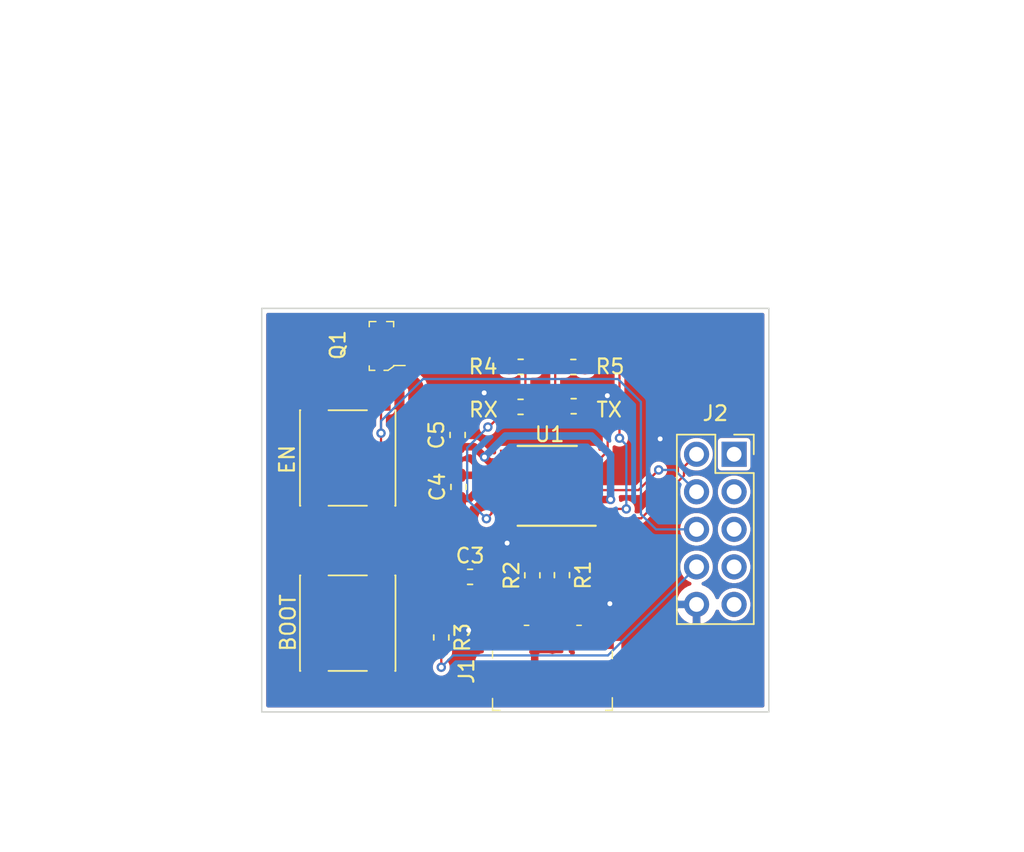
<source format=kicad_pcb>
(kicad_pcb (version 20171130) (host pcbnew "(5.1.5)-3")

  (general
    (thickness 1.6)
    (drawings 8)
    (tracks 137)
    (zones 0)
    (modules 16)
    (nets 26)
  )

  (page A4)
  (layers
    (0 F.Cu signal)
    (31 B.Cu signal)
    (32 B.Adhes user)
    (33 F.Adhes user)
    (34 B.Paste user)
    (35 F.Paste user)
    (36 B.SilkS user)
    (37 F.SilkS user)
    (38 B.Mask user)
    (39 F.Mask user)
    (40 Dwgs.User user)
    (41 Cmts.User user)
    (42 Eco1.User user)
    (43 Eco2.User user)
    (44 Edge.Cuts user)
    (45 Margin user)
    (46 B.CrtYd user)
    (47 F.CrtYd user)
    (48 B.Fab user)
    (49 F.Fab user hide)
  )

  (setup
    (last_trace_width 0.1524)
    (user_trace_width 0.1524)
    (user_trace_width 0.508)
    (user_trace_width 1.016)
    (trace_clearance 0.1524)
    (zone_clearance 0.254)
    (zone_45_only no)
    (trace_min 0.1524)
    (via_size 0.635)
    (via_drill 0.3302)
    (via_min_size 0.635)
    (via_min_drill 0.3302)
    (user_via 1.016 0.508)
    (uvia_size 0.3)
    (uvia_drill 0.1)
    (uvias_allowed no)
    (uvia_min_size 0.2)
    (uvia_min_drill 0.1)
    (edge_width 0.05)
    (segment_width 0.2)
    (pcb_text_width 0.3)
    (pcb_text_size 1.5 1.5)
    (mod_edge_width 0.12)
    (mod_text_size 1 1)
    (mod_text_width 0.15)
    (pad_size 1.524 1.524)
    (pad_drill 0.762)
    (pad_to_mask_clearance 0.051)
    (solder_mask_min_width 0.25)
    (aux_axis_origin 0 0)
    (visible_elements 7FFFFFFF)
    (pcbplotparams
      (layerselection 0x010fc_ffffffff)
      (usegerberextensions false)
      (usegerberattributes false)
      (usegerberadvancedattributes false)
      (creategerberjobfile false)
      (excludeedgelayer true)
      (linewidth 0.100000)
      (plotframeref false)
      (viasonmask false)
      (mode 1)
      (useauxorigin false)
      (hpglpennumber 1)
      (hpglpenspeed 20)
      (hpglpendiameter 15.000000)
      (psnegative false)
      (psa4output false)
      (plotreference true)
      (plotvalue true)
      (plotinvisibletext false)
      (padsonsilk false)
      (subtractmaskfromsilk false)
      (outputformat 1)
      (mirror false)
      (drillshape 0)
      (scaleselection 1)
      (outputdirectory "Gerbers/Gerber Files/"))
  )

  (net 0 "")
  (net 1 GND)
  (net 2 VBUS)
  (net 3 +3V3)
  (net 4 "Net-(J1-Pad4)")
  (net 5 "Net-(J2-Pad9)")
  (net 6 BOOT)
  (net 7 "Net-(J2-Pad7)")
  (net 8 EN)
  (net 9 "Net-(J2-Pad5)")
  (net 10 RX)
  (net 11 "Net-(J2-Pad3)")
  (net 12 TX)
  (net 13 "Net-(J2-Pad1)")
  (net 14 nRTS)
  (net 15 D+)
  (net 16 D-)
  (net 17 "Net-(U1-Pad16)")
  (net 18 "Net-(U1-Pad15)")
  (net 19 "Net-(U1-Pad6)")
  (net 20 "Net-(J1-Pad2)")
  (net 21 "Net-(J1-Pad3)")
  (net 22 "Net-(R4-Pad2)")
  (net 23 "Net-(R5-Pad2)")
  (net 24 "Net-(RX1-Pad1)")
  (net 25 "Net-(TX1-Pad1)")

  (net_class Default "This is the default net class."
    (clearance 0.1524)
    (trace_width 0.1524)
    (via_dia 0.635)
    (via_drill 0.3302)
    (uvia_dia 0.3)
    (uvia_drill 0.1)
    (diff_pair_width 0.1524)
    (diff_pair_gap 0.1524)
    (add_net +3V3)
    (add_net BOOT)
    (add_net D+)
    (add_net D-)
    (add_net EN)
    (add_net GND)
    (add_net "Net-(J1-Pad2)")
    (add_net "Net-(J1-Pad3)")
    (add_net "Net-(J1-Pad4)")
    (add_net "Net-(J2-Pad1)")
    (add_net "Net-(J2-Pad3)")
    (add_net "Net-(J2-Pad5)")
    (add_net "Net-(J2-Pad7)")
    (add_net "Net-(J2-Pad9)")
    (add_net "Net-(R4-Pad2)")
    (add_net "Net-(R5-Pad2)")
    (add_net "Net-(RX1-Pad1)")
    (add_net "Net-(TX1-Pad1)")
    (add_net "Net-(U1-Pad15)")
    (add_net "Net-(U1-Pad16)")
    (add_net "Net-(U1-Pad6)")
    (add_net RX)
    (add_net TX)
    (add_net VBUS)
    (add_net nRTS)
  )

  (module Button_Switch_SMD:SW_Push_1P1T_NO_6x6mm_H9.5mm (layer F.Cu) (tedit 5CA1CA7F) (tstamp 5DF5DA06)
    (at 123.9245 112.992 90)
    (descr "tactile push button, 6x6mm e.g. PTS645xx series, height=9.5mm")
    (tags "tact sw push 6mm smd")
    (path /5DF60D14)
    (attr smd)
    (fp_text reference SW2 (at 0 -4.05 90) (layer F.SilkS) hide
      (effects (font (size 1 1) (thickness 0.15)))
    )
    (fp_text value SW_SPST (at 0 4.15 90) (layer F.Fab)
      (effects (font (size 1 1) (thickness 0.15)))
    )
    (fp_circle (center 0 0) (end 1.75 -0.05) (layer F.Fab) (width 0.1))
    (fp_line (start -3.23 3.23) (end 3.23 3.23) (layer F.SilkS) (width 0.12))
    (fp_line (start -3.23 -1.3) (end -3.23 1.3) (layer F.SilkS) (width 0.12))
    (fp_line (start -3.23 -3.23) (end 3.23 -3.23) (layer F.SilkS) (width 0.12))
    (fp_line (start 3.23 -1.3) (end 3.23 1.3) (layer F.SilkS) (width 0.12))
    (fp_line (start -3.23 -3.2) (end -3.23 -3.23) (layer F.SilkS) (width 0.12))
    (fp_line (start -3.23 3.23) (end -3.23 3.2) (layer F.SilkS) (width 0.12))
    (fp_line (start 3.23 3.23) (end 3.23 3.2) (layer F.SilkS) (width 0.12))
    (fp_line (start 3.23 -3.23) (end 3.23 -3.2) (layer F.SilkS) (width 0.12))
    (fp_line (start -5 -3.25) (end 5 -3.25) (layer F.CrtYd) (width 0.05))
    (fp_line (start -5 3.25) (end 5 3.25) (layer F.CrtYd) (width 0.05))
    (fp_line (start -5 -3.25) (end -5 3.25) (layer F.CrtYd) (width 0.05))
    (fp_line (start 5 3.25) (end 5 -3.25) (layer F.CrtYd) (width 0.05))
    (fp_line (start 3 -3) (end -3 -3) (layer F.Fab) (width 0.1))
    (fp_line (start 3 3) (end 3 -3) (layer F.Fab) (width 0.1))
    (fp_line (start -3 3) (end 3 3) (layer F.Fab) (width 0.1))
    (fp_line (start -3 -3) (end -3 3) (layer F.Fab) (width 0.1))
    (fp_text user %R (at 0 -4.05 90) (layer F.Fab)
      (effects (font (size 1 1) (thickness 0.15)))
    )
    (pad 2 smd rect (at 3.975 2.25 90) (size 1.55 1.3) (layers F.Cu F.Paste F.Mask)
      (net 8 EN))
    (pad 1 smd rect (at 3.975 -2.25 90) (size 1.55 1.3) (layers F.Cu F.Paste F.Mask)
      (net 1 GND))
    (pad 1 smd rect (at -3.975 -2.25 90) (size 1.55 1.3) (layers F.Cu F.Paste F.Mask)
      (net 1 GND))
    (pad 2 smd rect (at -3.975 2.25 90) (size 1.55 1.3) (layers F.Cu F.Paste F.Mask)
      (net 8 EN))
    (model ${KISYS3DMOD}/Button_Switch_SMD.3dshapes/SW_PUSH_6mm_H9.5mm.wrl
      (at (xyz 0 0 0))
      (scale (xyz 1 1 1))
      (rotate (xyz 0 0 0))
    )
  )

  (module Button_Switch_SMD:SW_Push_1P1T_NO_6x6mm_H9.5mm (layer F.Cu) (tedit 5CA1CA7F) (tstamp 5DF5D13F)
    (at 123.9245 124.168 90)
    (descr "tactile push button, 6x6mm e.g. PTS645xx series, height=9.5mm")
    (tags "tact sw push 6mm smd")
    (path /5DF6048C)
    (attr smd)
    (fp_text reference SW1 (at 0 -4.05 90) (layer F.SilkS) hide
      (effects (font (size 1 1) (thickness 0.15)))
    )
    (fp_text value SW_SPST (at 0 4.15 90) (layer F.Fab)
      (effects (font (size 1 1) (thickness 0.15)))
    )
    (fp_circle (center 0 0) (end 1.75 -0.05) (layer F.Fab) (width 0.1))
    (fp_line (start -3.23 3.23) (end 3.23 3.23) (layer F.SilkS) (width 0.12))
    (fp_line (start -3.23 -1.3) (end -3.23 1.3) (layer F.SilkS) (width 0.12))
    (fp_line (start -3.23 -3.23) (end 3.23 -3.23) (layer F.SilkS) (width 0.12))
    (fp_line (start 3.23 -1.3) (end 3.23 1.3) (layer F.SilkS) (width 0.12))
    (fp_line (start -3.23 -3.2) (end -3.23 -3.23) (layer F.SilkS) (width 0.12))
    (fp_line (start -3.23 3.23) (end -3.23 3.2) (layer F.SilkS) (width 0.12))
    (fp_line (start 3.23 3.23) (end 3.23 3.2) (layer F.SilkS) (width 0.12))
    (fp_line (start 3.23 -3.23) (end 3.23 -3.2) (layer F.SilkS) (width 0.12))
    (fp_line (start -5 -3.25) (end 5 -3.25) (layer F.CrtYd) (width 0.05))
    (fp_line (start -5 3.25) (end 5 3.25) (layer F.CrtYd) (width 0.05))
    (fp_line (start -5 -3.25) (end -5 3.25) (layer F.CrtYd) (width 0.05))
    (fp_line (start 5 3.25) (end 5 -3.25) (layer F.CrtYd) (width 0.05))
    (fp_line (start 3 -3) (end -3 -3) (layer F.Fab) (width 0.1))
    (fp_line (start 3 3) (end 3 -3) (layer F.Fab) (width 0.1))
    (fp_line (start -3 3) (end 3 3) (layer F.Fab) (width 0.1))
    (fp_line (start -3 -3) (end -3 3) (layer F.Fab) (width 0.1))
    (fp_text user %R (at 0 -4.05 90) (layer F.Fab)
      (effects (font (size 1 1) (thickness 0.15)))
    )
    (pad 2 smd rect (at 3.975 2.25 90) (size 1.55 1.3) (layers F.Cu F.Paste F.Mask)
      (net 6 BOOT))
    (pad 1 smd rect (at 3.975 -2.25 90) (size 1.55 1.3) (layers F.Cu F.Paste F.Mask)
      (net 1 GND))
    (pad 1 smd rect (at -3.975 -2.25 90) (size 1.55 1.3) (layers F.Cu F.Paste F.Mask)
      (net 1 GND))
    (pad 2 smd rect (at -3.975 2.25 90) (size 1.55 1.3) (layers F.Cu F.Paste F.Mask)
      (net 6 BOOT))
    (model ${KISYS3DMOD}/Button_Switch_SMD.3dshapes/SW_PUSH_6mm_H9.5mm.wrl
      (at (xyz 0 0 0))
      (scale (xyz 1 1 1))
      (rotate (xyz 0 0 0))
    )
  )

  (module Connector_PinSocket_2.54mm:PinSocket_2x05_P2.54mm_Vertical (layer F.Cu) (tedit 5A19A42B) (tstamp 5DF1A1FA)
    (at 150.05 112.74)
    (descr "Through hole straight socket strip, 2x05, 2.54mm pitch, double cols (from Kicad 4.0.7), script generated")
    (tags "Through hole socket strip THT 2x05 2.54mm double row")
    (path /5DF15747)
    (fp_text reference J2 (at -1.27 -2.77) (layer F.SilkS)
      (effects (font (size 1 1) (thickness 0.15)))
    )
    (fp_text value Conn_02x05_Odd_Even (at -1.27 12.93) (layer F.Fab)
      (effects (font (size 1 1) (thickness 0.15)))
    )
    (fp_text user %R (at -1.27 5.08 90) (layer F.Fab)
      (effects (font (size 1 1) (thickness 0.15)))
    )
    (fp_line (start -4.34 11.9) (end -4.34 -1.8) (layer F.CrtYd) (width 0.05))
    (fp_line (start 1.76 11.9) (end -4.34 11.9) (layer F.CrtYd) (width 0.05))
    (fp_line (start 1.76 -1.8) (end 1.76 11.9) (layer F.CrtYd) (width 0.05))
    (fp_line (start -4.34 -1.8) (end 1.76 -1.8) (layer F.CrtYd) (width 0.05))
    (fp_line (start 0 -1.33) (end 1.33 -1.33) (layer F.SilkS) (width 0.12))
    (fp_line (start 1.33 -1.33) (end 1.33 0) (layer F.SilkS) (width 0.12))
    (fp_line (start -1.27 -1.33) (end -1.27 1.27) (layer F.SilkS) (width 0.12))
    (fp_line (start -1.27 1.27) (end 1.33 1.27) (layer F.SilkS) (width 0.12))
    (fp_line (start 1.33 1.27) (end 1.33 11.49) (layer F.SilkS) (width 0.12))
    (fp_line (start -3.87 11.49) (end 1.33 11.49) (layer F.SilkS) (width 0.12))
    (fp_line (start -3.87 -1.33) (end -3.87 11.49) (layer F.SilkS) (width 0.12))
    (fp_line (start -3.87 -1.33) (end -1.27 -1.33) (layer F.SilkS) (width 0.12))
    (fp_line (start -3.81 11.43) (end -3.81 -1.27) (layer F.Fab) (width 0.1))
    (fp_line (start 1.27 11.43) (end -3.81 11.43) (layer F.Fab) (width 0.1))
    (fp_line (start 1.27 -0.27) (end 1.27 11.43) (layer F.Fab) (width 0.1))
    (fp_line (start 0.27 -1.27) (end 1.27 -0.27) (layer F.Fab) (width 0.1))
    (fp_line (start -3.81 -1.27) (end 0.27 -1.27) (layer F.Fab) (width 0.1))
    (pad 10 thru_hole oval (at -2.54 10.16) (size 1.7 1.7) (drill 1) (layers *.Cu *.Mask)
      (net 1 GND))
    (pad 9 thru_hole oval (at 0 10.16) (size 1.7 1.7) (drill 1) (layers *.Cu *.Mask)
      (net 5 "Net-(J2-Pad9)"))
    (pad 8 thru_hole oval (at -2.54 7.62) (size 1.7 1.7) (drill 1) (layers *.Cu *.Mask)
      (net 6 BOOT))
    (pad 7 thru_hole oval (at 0 7.62) (size 1.7 1.7) (drill 1) (layers *.Cu *.Mask)
      (net 7 "Net-(J2-Pad7)"))
    (pad 6 thru_hole oval (at -2.54 5.08) (size 1.7 1.7) (drill 1) (layers *.Cu *.Mask)
      (net 8 EN))
    (pad 5 thru_hole oval (at 0 5.08) (size 1.7 1.7) (drill 1) (layers *.Cu *.Mask)
      (net 9 "Net-(J2-Pad5)"))
    (pad 4 thru_hole oval (at -2.54 2.54) (size 1.7 1.7) (drill 1) (layers *.Cu *.Mask)
      (net 10 RX))
    (pad 3 thru_hole oval (at 0 2.54) (size 1.7 1.7) (drill 1) (layers *.Cu *.Mask)
      (net 11 "Net-(J2-Pad3)"))
    (pad 2 thru_hole oval (at -2.54 0) (size 1.7 1.7) (drill 1) (layers *.Cu *.Mask)
      (net 12 TX))
    (pad 1 thru_hole rect (at 0 0) (size 1.7 1.7) (drill 1) (layers *.Cu *.Mask)
      (net 13 "Net-(J2-Pad1)"))
    (model ${KISYS3DMOD}/Connector_PinSocket_2.54mm.3dshapes/PinSocket_2x05_P2.54mm_Vertical.wrl
      (at (xyz 0 0 0))
      (scale (xyz 1 1 1))
      (rotate (xyz 0 0 0))
    )
  )

  (module Package_SO:SSOP-16_3.9x4.9mm_P0.635mm (layer F.Cu) (tedit 5A02F25C) (tstamp 5DF1A2A9)
    (at 137.41496 114.85118 180)
    (descr "SSOP16: plastic shrink small outline package; 16 leads; body width 3.9 mm; lead pitch 0.635; (see NXP SSOP-TSSOP-VSO-REFLOW.pdf and sot519-1_po.pdf)")
    (tags "SSOP 0.635")
    (path /5DF16263)
    (attr smd)
    (fp_text reference U1 (at -0.1616 3.45694) (layer F.SilkS)
      (effects (font (size 1 1) (thickness 0.15)))
    )
    (fp_text value FT230XS-R (at 0 3.5) (layer F.Fab)
      (effects (font (size 1 1) (thickness 0.15)))
    )
    (fp_text user %R (at 0 0) (layer F.Fab)
      (effects (font (size 0.8 0.8) (thickness 0.15)))
    )
    (fp_line (start -3.275 -2.725) (end 2 -2.725) (layer F.SilkS) (width 0.15))
    (fp_line (start -2 2.675) (end 2 2.675) (layer F.SilkS) (width 0.15))
    (fp_line (start -3.45 2.8) (end 3.45 2.8) (layer F.CrtYd) (width 0.05))
    (fp_line (start -3.45 -2.85) (end 3.45 -2.85) (layer F.CrtYd) (width 0.05))
    (fp_line (start 3.45 -2.85) (end 3.45 2.8) (layer F.CrtYd) (width 0.05))
    (fp_line (start -3.45 -2.85) (end -3.45 2.8) (layer F.CrtYd) (width 0.05))
    (fp_line (start -1.95 -1.45) (end -0.95 -2.45) (layer F.Fab) (width 0.15))
    (fp_line (start -1.95 2.45) (end -1.95 -1.45) (layer F.Fab) (width 0.15))
    (fp_line (start 1.95 2.45) (end -1.95 2.45) (layer F.Fab) (width 0.15))
    (fp_line (start 1.95 -2.45) (end 1.95 2.45) (layer F.Fab) (width 0.15))
    (fp_line (start -0.95 -2.45) (end 1.95 -2.45) (layer F.Fab) (width 0.15))
    (pad 16 smd rect (at 2.6 -2.2225 180) (size 1.2 0.4) (layers F.Cu F.Paste F.Mask)
      (net 17 "Net-(U1-Pad16)"))
    (pad 15 smd rect (at 2.6 -1.5875 180) (size 1.2 0.4) (layers F.Cu F.Paste F.Mask)
      (net 18 "Net-(U1-Pad15)"))
    (pad 14 smd rect (at 2.6 -0.9525 180) (size 1.2 0.4) (layers F.Cu F.Paste F.Mask)
      (net 24 "Net-(RX1-Pad1)"))
    (pad 13 smd rect (at 2.6 -0.3175 180) (size 1.2 0.4) (layers F.Cu F.Paste F.Mask)
      (net 1 GND))
    (pad 12 smd rect (at 2.6 0.3175 180) (size 1.2 0.4) (layers F.Cu F.Paste F.Mask)
      (net 2 VBUS))
    (pad 11 smd rect (at 2.6 0.9525 180) (size 1.2 0.4) (layers F.Cu F.Paste F.Mask)
      (net 3 +3V3))
    (pad 10 smd rect (at 2.6 1.5875 180) (size 1.2 0.4) (layers F.Cu F.Paste F.Mask)
      (net 3 +3V3))
    (pad 9 smd rect (at 2.6 2.2225 180) (size 1.2 0.4) (layers F.Cu F.Paste F.Mask)
      (net 16 D-))
    (pad 8 smd rect (at -2.6 2.2225 180) (size 1.2 0.4) (layers F.Cu F.Paste F.Mask)
      (net 15 D+))
    (pad 7 smd rect (at -2.6 1.5875 180) (size 1.2 0.4) (layers F.Cu F.Paste F.Mask)
      (net 25 "Net-(TX1-Pad1)"))
    (pad 6 smd rect (at -2.6 0.9525 180) (size 1.2 0.4) (layers F.Cu F.Paste F.Mask)
      (net 19 "Net-(U1-Pad6)"))
    (pad 5 smd rect (at -2.6 0.3175 180) (size 1.2 0.4) (layers F.Cu F.Paste F.Mask)
      (net 1 GND))
    (pad 4 smd rect (at -2.6 -0.3175 180) (size 1.2 0.4) (layers F.Cu F.Paste F.Mask)
      (net 10 RX))
    (pad 3 smd rect (at -2.6 -0.9525 180) (size 1.2 0.4) (layers F.Cu F.Paste F.Mask)
      (net 3 +3V3))
    (pad 2 smd rect (at -2.6 -1.5875 180) (size 1.2 0.4) (layers F.Cu F.Paste F.Mask)
      (net 14 nRTS))
    (pad 1 smd rect (at -2.6 -2.2225 180) (size 1.2 0.4) (layers F.Cu F.Paste F.Mask)
      (net 12 TX))
    (model ${KISYS3DMOD}/Package_SO.3dshapes/SSOP-16_3.9x4.9mm_P0.635mm.wrl
      (at (xyz 0 0 0))
      (scale (xyz 1 1 1))
      (rotate (xyz 0 0 0))
    )
  )

  (module Capacitor_SMD:C_0603_1608Metric (layer F.Cu) (tedit 5B301BBE) (tstamp 5DF1A26B)
    (at 139.17686 106.83748 180)
    (descr "Capacitor SMD 0603 (1608 Metric), square (rectangular) end terminal, IPC_7351 nominal, (Body size source: http://www.tortai-tech.com/upload/download/2011102023233369053.pdf), generated with kicad-footprint-generator")
    (tags capacitor)
    (path /5DF29A5F)
    (attr smd)
    (fp_text reference R5 (at -2.48402 0.03048) (layer F.SilkS)
      (effects (font (size 1 1) (thickness 0.15)))
    )
    (fp_text value 270 (at 0 1.43) (layer F.Fab)
      (effects (font (size 1 1) (thickness 0.15)))
    )
    (fp_text user %R (at 0 0) (layer F.Fab)
      (effects (font (size 0.4 0.4) (thickness 0.06)))
    )
    (fp_line (start 1.48 0.73) (end -1.48 0.73) (layer F.CrtYd) (width 0.05))
    (fp_line (start 1.48 -0.73) (end 1.48 0.73) (layer F.CrtYd) (width 0.05))
    (fp_line (start -1.48 -0.73) (end 1.48 -0.73) (layer F.CrtYd) (width 0.05))
    (fp_line (start -1.48 0.73) (end -1.48 -0.73) (layer F.CrtYd) (width 0.05))
    (fp_line (start -0.162779 0.51) (end 0.162779 0.51) (layer F.SilkS) (width 0.12))
    (fp_line (start -0.162779 -0.51) (end 0.162779 -0.51) (layer F.SilkS) (width 0.12))
    (fp_line (start 0.8 0.4) (end -0.8 0.4) (layer F.Fab) (width 0.1))
    (fp_line (start 0.8 -0.4) (end 0.8 0.4) (layer F.Fab) (width 0.1))
    (fp_line (start -0.8 -0.4) (end 0.8 -0.4) (layer F.Fab) (width 0.1))
    (fp_line (start -0.8 0.4) (end -0.8 -0.4) (layer F.Fab) (width 0.1))
    (pad 2 smd roundrect (at 0.7875 0 180) (size 0.875 0.95) (layers F.Cu F.Paste F.Mask) (roundrect_rratio 0.25)
      (net 23 "Net-(R5-Pad2)"))
    (pad 1 smd roundrect (at -0.7875 0 180) (size 0.875 0.95) (layers F.Cu F.Paste F.Mask) (roundrect_rratio 0.25)
      (net 2 VBUS))
    (model ${KISYS3DMOD}/Capacitor_SMD.3dshapes/C_0603_1608Metric.wrl
      (at (xyz 0 0 0))
      (scale (xyz 1 1 1))
      (rotate (xyz 0 0 0))
    )
  )

  (module Capacitor_SMD:C_0603_1608Metric (layer F.Cu) (tedit 5B301BBE) (tstamp 5DF1A25A)
    (at 135.61578 106.82732)
    (descr "Capacitor SMD 0603 (1608 Metric), square (rectangular) end terminal, IPC_7351 nominal, (Body size source: http://www.tortai-tech.com/upload/download/2011102023233369053.pdf), generated with kicad-footprint-generator")
    (tags capacitor)
    (path /5DF2957B)
    (attr smd)
    (fp_text reference R4 (at -2.5401 -0.01016) (layer F.SilkS)
      (effects (font (size 1 1) (thickness 0.15)))
    )
    (fp_text value 270 (at 0 1.43) (layer F.Fab)
      (effects (font (size 1 1) (thickness 0.15)))
    )
    (fp_text user %R (at 0 0) (layer F.Fab)
      (effects (font (size 0.4 0.4) (thickness 0.06)))
    )
    (fp_line (start 1.48 0.73) (end -1.48 0.73) (layer F.CrtYd) (width 0.05))
    (fp_line (start 1.48 -0.73) (end 1.48 0.73) (layer F.CrtYd) (width 0.05))
    (fp_line (start -1.48 -0.73) (end 1.48 -0.73) (layer F.CrtYd) (width 0.05))
    (fp_line (start -1.48 0.73) (end -1.48 -0.73) (layer F.CrtYd) (width 0.05))
    (fp_line (start -0.162779 0.51) (end 0.162779 0.51) (layer F.SilkS) (width 0.12))
    (fp_line (start -0.162779 -0.51) (end 0.162779 -0.51) (layer F.SilkS) (width 0.12))
    (fp_line (start 0.8 0.4) (end -0.8 0.4) (layer F.Fab) (width 0.1))
    (fp_line (start 0.8 -0.4) (end 0.8 0.4) (layer F.Fab) (width 0.1))
    (fp_line (start -0.8 -0.4) (end 0.8 -0.4) (layer F.Fab) (width 0.1))
    (fp_line (start -0.8 0.4) (end -0.8 -0.4) (layer F.Fab) (width 0.1))
    (pad 2 smd roundrect (at 0.7875 0) (size 0.875 0.95) (layers F.Cu F.Paste F.Mask) (roundrect_rratio 0.25)
      (net 22 "Net-(R4-Pad2)"))
    (pad 1 smd roundrect (at -0.7875 0) (size 0.875 0.95) (layers F.Cu F.Paste F.Mask) (roundrect_rratio 0.25)
      (net 2 VBUS))
    (model ${KISYS3DMOD}/Capacitor_SMD.3dshapes/C_0603_1608Metric.wrl
      (at (xyz 0 0 0))
      (scale (xyz 1 1 1))
      (rotate (xyz 0 0 0))
    )
  )

  (module Capacitor_SMD:C_0603_1608Metric (layer F.Cu) (tedit 5B301BBE) (tstamp 5DF1A249)
    (at 130.2512 125.13574 270)
    (descr "Capacitor SMD 0603 (1608 Metric), square (rectangular) end terminal, IPC_7351 nominal, (Body size source: http://www.tortai-tech.com/upload/download/2011102023233369053.pdf), generated with kicad-footprint-generator")
    (tags capacitor)
    (path /5DF4E847)
    (attr smd)
    (fp_text reference R3 (at 0 -1.43 90) (layer F.SilkS)
      (effects (font (size 1 1) (thickness 0.15)))
    )
    (fp_text value 10K (at 0 1.43 90) (layer F.Fab)
      (effects (font (size 1 1) (thickness 0.15)))
    )
    (fp_text user %R (at 0 0 90) (layer F.Fab)
      (effects (font (size 0.4 0.4) (thickness 0.06)))
    )
    (fp_line (start 1.48 0.73) (end -1.48 0.73) (layer F.CrtYd) (width 0.05))
    (fp_line (start 1.48 -0.73) (end 1.48 0.73) (layer F.CrtYd) (width 0.05))
    (fp_line (start -1.48 -0.73) (end 1.48 -0.73) (layer F.CrtYd) (width 0.05))
    (fp_line (start -1.48 0.73) (end -1.48 -0.73) (layer F.CrtYd) (width 0.05))
    (fp_line (start -0.162779 0.51) (end 0.162779 0.51) (layer F.SilkS) (width 0.12))
    (fp_line (start -0.162779 -0.51) (end 0.162779 -0.51) (layer F.SilkS) (width 0.12))
    (fp_line (start 0.8 0.4) (end -0.8 0.4) (layer F.Fab) (width 0.1))
    (fp_line (start 0.8 -0.4) (end 0.8 0.4) (layer F.Fab) (width 0.1))
    (fp_line (start -0.8 -0.4) (end 0.8 -0.4) (layer F.Fab) (width 0.1))
    (fp_line (start -0.8 0.4) (end -0.8 -0.4) (layer F.Fab) (width 0.1))
    (pad 2 smd roundrect (at 0.7875 0 270) (size 0.875 0.95) (layers F.Cu F.Paste F.Mask) (roundrect_rratio 0.25)
      (net 6 BOOT))
    (pad 1 smd roundrect (at -0.7875 0 270) (size 0.875 0.95) (layers F.Cu F.Paste F.Mask) (roundrect_rratio 0.25)
      (net 2 VBUS))
    (model ${KISYS3DMOD}/Capacitor_SMD.3dshapes/C_0603_1608Metric.wrl
      (at (xyz 0 0 0))
      (scale (xyz 1 1 1))
      (rotate (xyz 0 0 0))
    )
  )

  (module Capacitor_SMD:C_0603_1608Metric (layer F.Cu) (tedit 5B301BBE) (tstamp 5DF1A648)
    (at 136.40816 120.9293 270)
    (descr "Capacitor SMD 0603 (1608 Metric), square (rectangular) end terminal, IPC_7351 nominal, (Body size source: http://www.tortai-tech.com/upload/download/2011102023233369053.pdf), generated with kicad-footprint-generator")
    (tags capacitor)
    (path /5DF1ABE9)
    (attr smd)
    (fp_text reference R2 (at 0.01534 1.40208 90) (layer F.SilkS)
      (effects (font (size 1 1) (thickness 0.15)))
    )
    (fp_text value 27 (at 0 1.43 90) (layer F.Fab)
      (effects (font (size 1 1) (thickness 0.15)))
    )
    (fp_text user %R (at 0 0 90) (layer F.Fab)
      (effects (font (size 0.4 0.4) (thickness 0.06)))
    )
    (fp_line (start 1.48 0.73) (end -1.48 0.73) (layer F.CrtYd) (width 0.05))
    (fp_line (start 1.48 -0.73) (end 1.48 0.73) (layer F.CrtYd) (width 0.05))
    (fp_line (start -1.48 -0.73) (end 1.48 -0.73) (layer F.CrtYd) (width 0.05))
    (fp_line (start -1.48 0.73) (end -1.48 -0.73) (layer F.CrtYd) (width 0.05))
    (fp_line (start -0.162779 0.51) (end 0.162779 0.51) (layer F.SilkS) (width 0.12))
    (fp_line (start -0.162779 -0.51) (end 0.162779 -0.51) (layer F.SilkS) (width 0.12))
    (fp_line (start 0.8 0.4) (end -0.8 0.4) (layer F.Fab) (width 0.1))
    (fp_line (start 0.8 -0.4) (end 0.8 0.4) (layer F.Fab) (width 0.1))
    (fp_line (start -0.8 -0.4) (end 0.8 -0.4) (layer F.Fab) (width 0.1))
    (fp_line (start -0.8 0.4) (end -0.8 -0.4) (layer F.Fab) (width 0.1))
    (pad 2 smd roundrect (at 0.7875 0 270) (size 0.875 0.95) (layers F.Cu F.Paste F.Mask) (roundrect_rratio 0.25)
      (net 20 "Net-(J1-Pad2)"))
    (pad 1 smd roundrect (at -0.7875 0 270) (size 0.875 0.95) (layers F.Cu F.Paste F.Mask) (roundrect_rratio 0.25)
      (net 16 D-))
    (model ${KISYS3DMOD}/Capacitor_SMD.3dshapes/C_0603_1608Metric.wrl
      (at (xyz 0 0 0))
      (scale (xyz 1 1 1))
      (rotate (xyz 0 0 0))
    )
  )

  (module Capacitor_SMD:C_0603_1608Metric (layer F.Cu) (tedit 5B301BBE) (tstamp 5DF1A6EA)
    (at 138.40968 120.91914 270)
    (descr "Capacitor SMD 0603 (1608 Metric), square (rectangular) end terminal, IPC_7351 nominal, (Body size source: http://www.tortai-tech.com/upload/download/2011102023233369053.pdf), generated with kicad-footprint-generator")
    (tags capacitor)
    (path /5DF1A682)
    (attr smd)
    (fp_text reference R1 (at 0 -1.43 90) (layer F.SilkS)
      (effects (font (size 1 1) (thickness 0.15)))
    )
    (fp_text value 27 (at 0 1.43 90) (layer F.Fab)
      (effects (font (size 1 1) (thickness 0.15)))
    )
    (fp_text user %R (at 0 0 90) (layer F.Fab)
      (effects (font (size 0.4 0.4) (thickness 0.06)))
    )
    (fp_line (start 1.48 0.73) (end -1.48 0.73) (layer F.CrtYd) (width 0.05))
    (fp_line (start 1.48 -0.73) (end 1.48 0.73) (layer F.CrtYd) (width 0.05))
    (fp_line (start -1.48 -0.73) (end 1.48 -0.73) (layer F.CrtYd) (width 0.05))
    (fp_line (start -1.48 0.73) (end -1.48 -0.73) (layer F.CrtYd) (width 0.05))
    (fp_line (start -0.162779 0.51) (end 0.162779 0.51) (layer F.SilkS) (width 0.12))
    (fp_line (start -0.162779 -0.51) (end 0.162779 -0.51) (layer F.SilkS) (width 0.12))
    (fp_line (start 0.8 0.4) (end -0.8 0.4) (layer F.Fab) (width 0.1))
    (fp_line (start 0.8 -0.4) (end 0.8 0.4) (layer F.Fab) (width 0.1))
    (fp_line (start -0.8 -0.4) (end 0.8 -0.4) (layer F.Fab) (width 0.1))
    (fp_line (start -0.8 0.4) (end -0.8 -0.4) (layer F.Fab) (width 0.1))
    (pad 2 smd roundrect (at 0.7875 0 270) (size 0.875 0.95) (layers F.Cu F.Paste F.Mask) (roundrect_rratio 0.25)
      (net 21 "Net-(J1-Pad3)"))
    (pad 1 smd roundrect (at -0.7875 0 270) (size 0.875 0.95) (layers F.Cu F.Paste F.Mask) (roundrect_rratio 0.25)
      (net 15 D+))
    (model ${KISYS3DMOD}/Capacitor_SMD.3dshapes/C_0603_1608Metric.wrl
      (at (xyz 0 0 0))
      (scale (xyz 1 1 1))
      (rotate (xyz 0 0 0))
    )
  )

  (module digikey-footprints:SOT-23-3 (layer F.Cu) (tedit 5D28A5E3) (tstamp 5DF1D3CF)
    (at 126.204 105.4125 180)
    (path /5DF91BEB)
    (attr smd)
    (fp_text reference Q1 (at 2.9505 0.066 90) (layer F.SilkS)
      (effects (font (size 1 1) (thickness 0.15)))
    )
    (fp_text value Q_NMOS_GSD (at 0.025 3.25) (layer F.Fab)
      (effects (font (size 1 1) (thickness 0.15)))
    )
    (fp_line (start 0.7 1.52) (end 0.7 -1.52) (layer F.Fab) (width 0.1))
    (fp_line (start -0.7 1.52) (end 0.7 1.52) (layer F.Fab) (width 0.1))
    (fp_text user %R (at -0.125 0.15) (layer F.Fab)
      (effects (font (size 0.25 0.25) (thickness 0.05)))
    )
    (fp_line (start 0.825 -1.65) (end 0.825 -1.35) (layer F.SilkS) (width 0.1))
    (fp_line (start 0.45 -1.65) (end 0.825 -1.65) (layer F.SilkS) (width 0.1))
    (fp_line (start 0.825 1.65) (end 0.375 1.65) (layer F.SilkS) (width 0.1))
    (fp_line (start 0.825 1.35) (end 0.825 1.65) (layer F.SilkS) (width 0.1))
    (fp_line (start 0.825 1.425) (end 0.825 1.3) (layer F.SilkS) (width 0.1))
    (fp_line (start -0.825 1.65) (end -0.825 1.3) (layer F.SilkS) (width 0.1))
    (fp_line (start -0.35 1.65) (end -0.825 1.65) (layer F.SilkS) (width 0.1))
    (fp_line (start -0.425 -1.525) (end -0.7 -1.325) (layer F.Fab) (width 0.1))
    (fp_line (start -0.425 -1.525) (end 0.7 -1.525) (layer F.Fab) (width 0.1))
    (fp_line (start -0.7 -1.325) (end -0.7 1.525) (layer F.Fab) (width 0.1))
    (fp_line (start -0.825 -1.325) (end -1.6 -1.325) (layer F.SilkS) (width 0.1))
    (fp_line (start -0.825 -1.375) (end -0.825 -1.325) (layer F.SilkS) (width 0.1))
    (fp_line (start -0.45 -1.65) (end -0.825 -1.375) (layer F.SilkS) (width 0.1))
    (fp_line (start -0.175 -1.65) (end -0.45 -1.65) (layer F.SilkS) (width 0.1))
    (fp_line (start 1.825 -1.95) (end 1.825 1.95) (layer F.CrtYd) (width 0.05))
    (fp_line (start 1.825 1.95) (end -1.825 1.95) (layer F.CrtYd) (width 0.05))
    (fp_line (start -1.825 -1.95) (end -1.825 1.95) (layer F.CrtYd) (width 0.05))
    (fp_line (start -1.825 -1.95) (end 1.825 -1.95) (layer F.CrtYd) (width 0.05))
    (pad 1 smd rect (at -1.05 -0.95 180) (size 1.3 0.6) (layers F.Cu F.Paste F.Mask)
      (net 2 VBUS) (solder_mask_margin 0.07))
    (pad 2 smd rect (at -1.05 0.95 180) (size 1.3 0.6) (layers F.Cu F.Paste F.Mask)
      (net 14 nRTS) (solder_mask_margin 0.07))
    (pad 3 smd rect (at 1.05 0 180) (size 1.3 0.6) (layers F.Cu F.Paste F.Mask)
      (net 8 EN) (solder_mask_margin 0.07))
  )

  (module digikey-footprints:USB_Micro_B_Female_10118192 (layer F.Cu) (tedit 5D28ADBA) (tstamp 5DF1A1DA)
    (at 137.76564 127.66548)
    (descr http://portal.fciconnect.com/Comergent//fci/drawing/10118192.pdf)
    (path /5DF14664)
    (attr smd)
    (fp_text reference J1 (at -5.80756 -0.254 90) (layer F.SilkS)
      (effects (font (size 1 1) (thickness 0.15)))
    )
    (fp_text value 10118192-0001LF (at 0 4.25) (layer F.Fab)
      (effects (font (size 1 1) (thickness 0.15)))
    )
    (fp_line (start 3.95 2.32) (end 3.95 -3.25) (layer F.Fab) (width 0.1))
    (fp_line (start -3.95 2.32) (end 3.95 2.32) (layer F.Fab) (width 0.1))
    (fp_line (start -3.95 -2.8) (end -3.5 -3.25) (layer F.Fab) (width 0.1))
    (fp_line (start 3.95 -3.25) (end -3.5 -3.25) (layer F.Fab) (width 0.1))
    (fp_line (start -3.95 -2.8) (end -3.95 2.3) (layer F.Fab) (width 0.1))
    (fp_text user %R (at 0 0) (layer F.Fab)
      (effects (font (size 1 1) (thickness 0.15)))
    )
    (fp_line (start 4.05 2.4) (end 4.05 1.55) (layer F.SilkS) (width 0.1))
    (fp_line (start 3.6 2.4) (end 4.05 2.4) (layer F.SilkS) (width 0.1))
    (fp_line (start -4.05 2.4) (end -3.55 2.4) (layer F.SilkS) (width 0.1))
    (fp_line (start -4.05 1.6) (end -4.05 2.4) (layer F.SilkS) (width 0.1))
    (fp_line (start -1.9 -3.35) (end -1.6 -3.35) (layer F.SilkS) (width 0.1))
    (fp_line (start -4.05 -1.6) (end -4.05 -1.15) (layer F.SilkS) (width 0.1))
    (fp_line (start 1.65 -3.35) (end 1.95 -3.35) (layer F.SilkS) (width 0.1))
    (fp_line (start 4.05 -1.6) (end 4.05 -1.1) (layer F.SilkS) (width 0.1))
    (fp_line (start -5 -3.75) (end -5 2.75) (layer F.CrtYd) (width 0.05))
    (fp_line (start -5 -3.75) (end 5 -3.75) (layer F.CrtYd) (width 0.05))
    (fp_line (start 5 -3.75) (end 5 2.75) (layer F.CrtYd) (width 0.05))
    (fp_line (start -5 2.75) (end 5 2.75) (layer F.CrtYd) (width 0.05))
    (pad SH smd rect (at -3.8 0) (size 1.8 1.9) (layers F.Cu F.Paste F.Mask)
      (net 1 GND))
    (pad SH smd rect (at 3.8 0) (size 1.8 1.9) (layers F.Cu F.Paste F.Mask)
      (net 1 GND))
    (pad SH smd rect (at -1.2 0) (size 1.9 1.9) (layers F.Cu F.Paste F.Mask)
      (net 1 GND))
    (pad SH smd rect (at 1.2 0) (size 1.9 1.9) (layers F.Cu F.Paste F.Mask)
      (net 1 GND))
    (pad SH smd rect (at -3.1 -2.55) (size 2.1 1.6) (layers F.Cu F.Paste F.Mask)
      (net 1 GND))
    (pad SH smd rect (at 3.1 -2.55) (size 2.1 1.6) (layers F.Cu F.Paste F.Mask)
      (net 1 GND))
    (pad 1 smd rect (at -1.3 -2.675) (size 0.4 1.35) (layers F.Cu F.Paste F.Mask)
      (net 2 VBUS))
    (pad 4 smd rect (at 0.65 -2.675) (size 0.4 1.35) (layers F.Cu F.Paste F.Mask)
      (net 4 "Net-(J1-Pad4)"))
    (pad 5 smd rect (at 1.3 -2.675) (size 0.4 1.35) (layers F.Cu F.Paste F.Mask)
      (net 1 GND))
    (pad 2 smd rect (at -0.65 -2.675) (size 0.4 1.35) (layers F.Cu F.Paste F.Mask)
      (net 20 "Net-(J1-Pad2)"))
    (pad 3 smd rect (at 0 -2.675) (size 0.4 1.35) (layers F.Cu F.Paste F.Mask)
      (net 21 "Net-(J1-Pad3)"))
  )

  (module Capacitor_SMD:C_0603_1608Metric (layer F.Cu) (tedit 5B301BBE) (tstamp 5DF1A1B9)
    (at 139.20206 109.48924 180)
    (descr "Capacitor SMD 0603 (1608 Metric), square (rectangular) end terminal, IPC_7351 nominal, (Body size source: http://www.tortai-tech.com/upload/download/2011102023233369053.pdf), generated with kicad-footprint-generator")
    (tags capacitor)
    (path /5DF27966)
    (attr smd)
    (fp_text reference TX1 (at -2.55534 0.00508) (layer F.SilkS) hide
      (effects (font (size 1 1) (thickness 0.15)))
    )
    (fp_text value LED (at 0 1.43) (layer F.Fab)
      (effects (font (size 1 1) (thickness 0.15)))
    )
    (fp_text user %R (at 0 0) (layer F.Fab)
      (effects (font (size 0.4 0.4) (thickness 0.06)))
    )
    (fp_line (start 1.48 0.73) (end -1.48 0.73) (layer F.CrtYd) (width 0.05))
    (fp_line (start 1.48 -0.73) (end 1.48 0.73) (layer F.CrtYd) (width 0.05))
    (fp_line (start -1.48 -0.73) (end 1.48 -0.73) (layer F.CrtYd) (width 0.05))
    (fp_line (start -1.48 0.73) (end -1.48 -0.73) (layer F.CrtYd) (width 0.05))
    (fp_line (start -0.162779 0.51) (end 0.162779 0.51) (layer F.SilkS) (width 0.12))
    (fp_line (start -0.162779 -0.51) (end 0.162779 -0.51) (layer F.SilkS) (width 0.12))
    (fp_line (start 0.8 0.4) (end -0.8 0.4) (layer F.Fab) (width 0.1))
    (fp_line (start 0.8 -0.4) (end 0.8 0.4) (layer F.Fab) (width 0.1))
    (fp_line (start -0.8 -0.4) (end 0.8 -0.4) (layer F.Fab) (width 0.1))
    (fp_line (start -0.8 0.4) (end -0.8 -0.4) (layer F.Fab) (width 0.1))
    (pad 2 smd roundrect (at 0.7875 0 180) (size 0.875 0.95) (layers F.Cu F.Paste F.Mask) (roundrect_rratio 0.25)
      (net 23 "Net-(R5-Pad2)"))
    (pad 1 smd roundrect (at -0.7875 0 180) (size 0.875 0.95) (layers F.Cu F.Paste F.Mask) (roundrect_rratio 0.25)
      (net 25 "Net-(TX1-Pad1)"))
    (model ${KISYS3DMOD}/Capacitor_SMD.3dshapes/C_0603_1608Metric.wrl
      (at (xyz 0 0 0))
      (scale (xyz 1 1 1))
      (rotate (xyz 0 0 0))
    )
  )

  (module Capacitor_SMD:C_0603_1608Metric (layer F.Cu) (tedit 5B301BBE) (tstamp 5DF1FADD)
    (at 135.6107 109.53496)
    (descr "Capacitor SMD 0603 (1608 Metric), square (rectangular) end terminal, IPC_7351 nominal, (Body size source: http://www.tortai-tech.com/upload/download/2011102023233369053.pdf), generated with kicad-footprint-generator")
    (tags capacitor)
    (path /5DF26D46)
    (attr smd)
    (fp_text reference RX1 (at -2.45882 0.01524) (layer F.SilkS) hide
      (effects (font (size 1 1) (thickness 0.15)))
    )
    (fp_text value LED (at 0 1.43) (layer F.Fab)
      (effects (font (size 1 1) (thickness 0.15)))
    )
    (fp_text user %R (at 0 0) (layer F.Fab)
      (effects (font (size 0.4 0.4) (thickness 0.06)))
    )
    (fp_line (start 1.48 0.73) (end -1.48 0.73) (layer F.CrtYd) (width 0.05))
    (fp_line (start 1.48 -0.73) (end 1.48 0.73) (layer F.CrtYd) (width 0.05))
    (fp_line (start -1.48 -0.73) (end 1.48 -0.73) (layer F.CrtYd) (width 0.05))
    (fp_line (start -1.48 0.73) (end -1.48 -0.73) (layer F.CrtYd) (width 0.05))
    (fp_line (start -0.162779 0.51) (end 0.162779 0.51) (layer F.SilkS) (width 0.12))
    (fp_line (start -0.162779 -0.51) (end 0.162779 -0.51) (layer F.SilkS) (width 0.12))
    (fp_line (start 0.8 0.4) (end -0.8 0.4) (layer F.Fab) (width 0.1))
    (fp_line (start 0.8 -0.4) (end 0.8 0.4) (layer F.Fab) (width 0.1))
    (fp_line (start -0.8 -0.4) (end 0.8 -0.4) (layer F.Fab) (width 0.1))
    (fp_line (start -0.8 0.4) (end -0.8 -0.4) (layer F.Fab) (width 0.1))
    (pad 2 smd roundrect (at 0.7875 0) (size 0.875 0.95) (layers F.Cu F.Paste F.Mask) (roundrect_rratio 0.25)
      (net 22 "Net-(R4-Pad2)"))
    (pad 1 smd roundrect (at -0.7875 0) (size 0.875 0.95) (layers F.Cu F.Paste F.Mask) (roundrect_rratio 0.25)
      (net 24 "Net-(RX1-Pad1)"))
    (model ${KISYS3DMOD}/Capacitor_SMD.3dshapes/C_0603_1608Metric.wrl
      (at (xyz 0 0 0))
      (scale (xyz 1 1 1))
      (rotate (xyz 0 0 0))
    )
  )

  (module Capacitor_SMD:C_0603_1608Metric (layer F.Cu) (tedit 5B301BBE) (tstamp 5DF1A197)
    (at 131.35356 111.43498 90)
    (descr "Capacitor SMD 0603 (1608 Metric), square (rectangular) end terminal, IPC_7351 nominal, (Body size source: http://www.tortai-tech.com/upload/download/2011102023233369053.pdf), generated with kicad-footprint-generator")
    (tags capacitor)
    (path /5DFEB81C)
    (attr smd)
    (fp_text reference C5 (at 0 -1.43 90) (layer F.SilkS)
      (effects (font (size 1 1) (thickness 0.15)))
    )
    (fp_text value 0.1uF (at 0 1.43 90) (layer F.Fab)
      (effects (font (size 1 1) (thickness 0.15)))
    )
    (fp_text user %R (at 0 0 90) (layer F.Fab)
      (effects (font (size 0.4 0.4) (thickness 0.06)))
    )
    (fp_line (start 1.48 0.73) (end -1.48 0.73) (layer F.CrtYd) (width 0.05))
    (fp_line (start 1.48 -0.73) (end 1.48 0.73) (layer F.CrtYd) (width 0.05))
    (fp_line (start -1.48 -0.73) (end 1.48 -0.73) (layer F.CrtYd) (width 0.05))
    (fp_line (start -1.48 0.73) (end -1.48 -0.73) (layer F.CrtYd) (width 0.05))
    (fp_line (start -0.162779 0.51) (end 0.162779 0.51) (layer F.SilkS) (width 0.12))
    (fp_line (start -0.162779 -0.51) (end 0.162779 -0.51) (layer F.SilkS) (width 0.12))
    (fp_line (start 0.8 0.4) (end -0.8 0.4) (layer F.Fab) (width 0.1))
    (fp_line (start 0.8 -0.4) (end 0.8 0.4) (layer F.Fab) (width 0.1))
    (fp_line (start -0.8 -0.4) (end 0.8 -0.4) (layer F.Fab) (width 0.1))
    (fp_line (start -0.8 0.4) (end -0.8 -0.4) (layer F.Fab) (width 0.1))
    (pad 2 smd roundrect (at 0.7875 0 90) (size 0.875 0.95) (layers F.Cu F.Paste F.Mask) (roundrect_rratio 0.25)
      (net 1 GND))
    (pad 1 smd roundrect (at -0.7875 0 90) (size 0.875 0.95) (layers F.Cu F.Paste F.Mask) (roundrect_rratio 0.25)
      (net 3 +3V3))
    (model ${KISYS3DMOD}/Capacitor_SMD.3dshapes/C_0603_1608Metric.wrl
      (at (xyz 0 0 0))
      (scale (xyz 1 1 1))
      (rotate (xyz 0 0 0))
    )
  )

  (module Capacitor_SMD:C_0603_1608Metric (layer F.Cu) (tedit 5B301BBE) (tstamp 5DF1D209)
    (at 131.41452 114.95034 90)
    (descr "Capacitor SMD 0603 (1608 Metric), square (rectangular) end terminal, IPC_7351 nominal, (Body size source: http://www.tortai-tech.com/upload/download/2011102023233369053.pdf), generated with kicad-footprint-generator")
    (tags capacitor)
    (path /5DF203F4)
    (attr smd)
    (fp_text reference C4 (at 0 -1.43 90) (layer F.SilkS)
      (effects (font (size 1 1) (thickness 0.15)))
    )
    (fp_text value 0.1uF (at 0 1.43 90) (layer F.Fab)
      (effects (font (size 1 1) (thickness 0.15)))
    )
    (fp_text user %R (at 0 0 90) (layer F.Fab)
      (effects (font (size 0.4 0.4) (thickness 0.06)))
    )
    (fp_line (start 1.48 0.73) (end -1.48 0.73) (layer F.CrtYd) (width 0.05))
    (fp_line (start 1.48 -0.73) (end 1.48 0.73) (layer F.CrtYd) (width 0.05))
    (fp_line (start -1.48 -0.73) (end 1.48 -0.73) (layer F.CrtYd) (width 0.05))
    (fp_line (start -1.48 0.73) (end -1.48 -0.73) (layer F.CrtYd) (width 0.05))
    (fp_line (start -0.162779 0.51) (end 0.162779 0.51) (layer F.SilkS) (width 0.12))
    (fp_line (start -0.162779 -0.51) (end 0.162779 -0.51) (layer F.SilkS) (width 0.12))
    (fp_line (start 0.8 0.4) (end -0.8 0.4) (layer F.Fab) (width 0.1))
    (fp_line (start 0.8 -0.4) (end 0.8 0.4) (layer F.Fab) (width 0.1))
    (fp_line (start -0.8 -0.4) (end 0.8 -0.4) (layer F.Fab) (width 0.1))
    (fp_line (start -0.8 0.4) (end -0.8 -0.4) (layer F.Fab) (width 0.1))
    (pad 2 smd roundrect (at 0.7875 0 90) (size 0.875 0.95) (layers F.Cu F.Paste F.Mask) (roundrect_rratio 0.25)
      (net 1 GND))
    (pad 1 smd roundrect (at -0.7875 0 90) (size 0.875 0.95) (layers F.Cu F.Paste F.Mask) (roundrect_rratio 0.25)
      (net 2 VBUS))
    (model ${KISYS3DMOD}/Capacitor_SMD.3dshapes/C_0603_1608Metric.wrl
      (at (xyz 0 0 0))
      (scale (xyz 1 1 1))
      (rotate (xyz 0 0 0))
    )
  )

  (module Capacitor_SMD:C_0603_1608Metric (layer F.Cu) (tedit 5B301BBE) (tstamp 5DF1A175)
    (at 132.19694 121.03608)
    (descr "Capacitor SMD 0603 (1608 Metric), square (rectangular) end terminal, IPC_7351 nominal, (Body size source: http://www.tortai-tech.com/upload/download/2011102023233369053.pdf), generated with kicad-footprint-generator")
    (tags capacitor)
    (path /5DF1FDEF)
    (attr smd)
    (fp_text reference C3 (at 0 -1.43) (layer F.SilkS)
      (effects (font (size 1 1) (thickness 0.15)))
    )
    (fp_text value 4.7uF (at 0 1.43) (layer F.Fab)
      (effects (font (size 1 1) (thickness 0.15)))
    )
    (fp_text user %R (at 0 0) (layer F.Fab)
      (effects (font (size 0.4 0.4) (thickness 0.06)))
    )
    (fp_line (start 1.48 0.73) (end -1.48 0.73) (layer F.CrtYd) (width 0.05))
    (fp_line (start 1.48 -0.73) (end 1.48 0.73) (layer F.CrtYd) (width 0.05))
    (fp_line (start -1.48 -0.73) (end 1.48 -0.73) (layer F.CrtYd) (width 0.05))
    (fp_line (start -1.48 0.73) (end -1.48 -0.73) (layer F.CrtYd) (width 0.05))
    (fp_line (start -0.162779 0.51) (end 0.162779 0.51) (layer F.SilkS) (width 0.12))
    (fp_line (start -0.162779 -0.51) (end 0.162779 -0.51) (layer F.SilkS) (width 0.12))
    (fp_line (start 0.8 0.4) (end -0.8 0.4) (layer F.Fab) (width 0.1))
    (fp_line (start 0.8 -0.4) (end 0.8 0.4) (layer F.Fab) (width 0.1))
    (fp_line (start -0.8 -0.4) (end 0.8 -0.4) (layer F.Fab) (width 0.1))
    (fp_line (start -0.8 0.4) (end -0.8 -0.4) (layer F.Fab) (width 0.1))
    (pad 2 smd roundrect (at 0.7875 0) (size 0.875 0.95) (layers F.Cu F.Paste F.Mask) (roundrect_rratio 0.25)
      (net 1 GND))
    (pad 1 smd roundrect (at -0.7875 0) (size 0.875 0.95) (layers F.Cu F.Paste F.Mask) (roundrect_rratio 0.25)
      (net 2 VBUS))
    (model ${KISYS3DMOD}/Capacitor_SMD.3dshapes/C_0603_1608Metric.wrl
      (at (xyz 0 0 0))
      (scale (xyz 1 1 1))
      (rotate (xyz 0 0 0))
    )
  )

  (gr_text TX (at 141.605 109.728) (layer F.SilkS)
    (effects (font (size 1 1) (thickness 0.15)))
  )
  (gr_text RX (at 133.096 109.728) (layer F.SilkS)
    (effects (font (size 1 1) (thickness 0.15)))
  )
  (gr_text EN (at 119.8245 113.0935 90) (layer F.SilkS) (tstamp 5DF5D8F5)
    (effects (font (size 1 1) (thickness 0.15)))
  )
  (gr_text BOOT (at 119.888 124.1425 90) (layer F.SilkS)
    (effects (font (size 1 1) (thickness 0.15)))
  )
  (gr_line (start 118.11 130.175) (end 152.4 130.175) (layer Edge.Cuts) (width 0.1))
  (gr_line (start 118.11 102.87) (end 118.11 130.175) (layer Edge.Cuts) (width 0.1))
  (gr_line (start 152.4 102.87) (end 118.11 102.87) (layer Edge.Cuts) (width 0.1))
  (gr_line (start 152.4 130.175) (end 152.4 102.87) (layer Edge.Cuts) (width 0.1))

  (via (at 132.1 124.65) (size 0.635) (drill 0.3302) (layers F.Cu B.Cu) (net 1))
  (via (at 141.65 122.85) (size 0.635) (drill 0.3302) (layers F.Cu B.Cu) (net 1))
  (via (at 134.7 118.75) (size 0.635) (drill 0.3302) (layers F.Cu B.Cu) (net 1))
  (via (at 145.05 111.7) (size 0.635) (drill 0.3302) (layers F.Cu B.Cu) (net 1))
  (via (at 133.15 108.585) (size 0.635) (drill 0.3302) (layers F.Cu B.Cu) (net 1))
  (via (at 141.478 108.7755) (size 0.635) (drill 0.3302) (layers F.Cu B.Cu) (net 1))
  (segment (start 131.40944 115.74292) (end 131.41452 115.73784) (width 1.016) (layer F.Cu) (net 2))
  (segment (start 131.40944 121.03608) (end 131.40944 115.74292) (width 1.016) (layer F.Cu) (net 2))
  (segment (start 129.65 123.74704) (end 130.2512 124.34824) (width 0.1524) (layer F.Cu) (net 2))
  (segment (start 129.65 121.7) (end 129.65 123.74704) (width 0.1524) (layer F.Cu) (net 2))
  (segment (start 131.40944 121.03608) (end 130.31392 121.03608) (width 0.1524) (layer F.Cu) (net 2))
  (segment (start 130.31392 121.03608) (end 129.65 121.7) (width 0.1524) (layer F.Cu) (net 2))
  (segment (start 131.40944 121.61108) (end 132.89836 123.1) (width 1.016) (layer F.Cu) (net 2))
  (segment (start 131.40944 121.03608) (end 131.40944 121.61108) (width 1.016) (layer F.Cu) (net 2))
  (segment (start 132.89836 123.1) (end 134.6 123.1) (width 1.016) (layer F.Cu) (net 2))
  (segment (start 139.96436 106.26248) (end 139.96436 106.83748) (width 1.016) (layer F.Cu) (net 2))
  (segment (start 138.80188 105.1) (end 139.96436 106.26248) (width 1.016) (layer F.Cu) (net 2))
  (segment (start 135.9806 105.1) (end 138.80188 105.1) (width 1.016) (layer F.Cu) (net 2))
  (segment (start 134.82828 106.82732) (end 134.82828 106.25232) (width 1.016) (layer F.Cu) (net 2))
  (segment (start 134.82828 106.25232) (end 135.9806 105.1) (width 1.016) (layer F.Cu) (net 2))
  (segment (start 135.75816 123.1) (end 134.6 123.1) (width 0.762) (layer F.Cu) (net 2))
  (segment (start 136.46564 123.80748) (end 135.75816 123.1) (width 0.508) (layer F.Cu) (net 2))
  (segment (start 136.46564 124.99048) (end 136.46564 123.80748) (width 0.508) (layer F.Cu) (net 2))
  (segment (start 134.54141 114.55909) (end 134.81496 114.55909) (width 0.508) (layer F.Cu) (net 2))
  (segment (start 133.34091 114.55909) (end 134.54141 114.55909) (width 0.508) (layer F.Cu) (net 2))
  (segment (start 131.41452 115.73784) (end 132.16216 115.73784) (width 0.508) (layer F.Cu) (net 2))
  (segment (start 132.16216 115.73784) (end 133.34091 114.55909) (width 0.508) (layer F.Cu) (net 2))
  (segment (start 127.254 106.8705) (end 127.254 106.3625) (width 1.016) (layer F.Cu) (net 2))
  (segment (start 128.524 108.1405) (end 127.254 106.8705) (width 1.016) (layer F.Cu) (net 2))
  (segment (start 128.524 113.42232) (end 128.524 108.1405) (width 1.016) (layer F.Cu) (net 2))
  (segment (start 131.41452 115.73784) (end 130.83952 115.73784) (width 1.016) (layer F.Cu) (net 2))
  (segment (start 130.83952 115.73784) (end 128.524 113.42232) (width 1.016) (layer F.Cu) (net 2))
  (segment (start 134.36346 106.3625) (end 134.82828 106.82732) (width 1.016) (layer F.Cu) (net 2))
  (segment (start 127.254 106.3625) (end 134.36346 106.3625) (width 1.016) (layer F.Cu) (net 2))
  (segment (start 134.81496 113.26368) (end 134.81496 113.89868) (width 0.508) (layer F.Cu) (net 3))
  (segment (start 133.50748 113.26368) (end 134.81496 113.26368) (width 0.508) (layer F.Cu) (net 3))
  (segment (start 132.47624 112.23244) (end 133.1719 112.9281) (width 0.508) (layer F.Cu) (net 3))
  (segment (start 131.35356 112.22248) (end 131.36352 112.23244) (width 0.508) (layer F.Cu) (net 3))
  (segment (start 131.36352 112.23244) (end 132.47624 112.23244) (width 0.508) (layer F.Cu) (net 3))
  (segment (start 133.1719 112.9281) (end 133.50748 113.26368) (width 0.508) (layer F.Cu) (net 3) (tstamp 5DF1FDB5))
  (via (at 133.1719 112.9281) (size 0.635) (drill 0.3302) (layers F.Cu B.Cu) (net 3))
  (segment (start 140.01496 115.80368) (end 141.69632 115.80368) (width 0.508) (layer F.Cu) (net 3))
  (segment (start 141.69632 115.80368) (end 141.69632 115.80368) (width 0.508) (layer F.Cu) (net 3) (tstamp 5DF20055))
  (via (at 141.69632 115.80368) (size 0.635) (drill 0.3302) (layers F.Cu B.Cu) (net 3))
  (segment (start 140.3985 111.506) (end 134.594 111.506) (width 0.508) (layer B.Cu) (net 3))
  (segment (start 141.69632 115.80368) (end 141.69632 112.80382) (width 0.508) (layer B.Cu) (net 3))
  (segment (start 134.594 111.506) (end 133.1719 112.9281) (width 0.508) (layer B.Cu) (net 3))
  (segment (start 141.69632 112.80382) (end 140.3985 111.506) (width 0.508) (layer B.Cu) (net 3))
  (segment (start 130.2512 126.46074) (end 130.25 126.46194) (width 0.1524) (layer F.Cu) (net 6))
  (segment (start 130.2512 125.92324) (end 130.2512 126.46074) (width 0.1524) (layer F.Cu) (net 6))
  (segment (start 130.25 126.46194) (end 130.25 127.15) (width 0.1524) (layer F.Cu) (net 6))
  (segment (start 130.25 127.15) (end 130.25 127.15) (width 0.1524) (layer F.Cu) (net 6) (tstamp 5DF20D60))
  (via (at 130.25 127.15) (size 0.635) (drill 0.3302) (layers F.Cu B.Cu) (net 6))
  (segment (start 131.05 126.35) (end 130.25 127.15) (width 0.1524) (layer B.Cu) (net 6))
  (segment (start 147.51 120.36) (end 141.52 126.35) (width 0.1524) (layer B.Cu) (net 6))
  (segment (start 141.52 126.35) (end 131.05 126.35) (width 0.1524) (layer B.Cu) (net 6))
  (segment (start 126.1745 120.193) (end 126.1745 128.143) (width 0.1524) (layer F.Cu) (net 6))
  (segment (start 129.789588 125.461628) (end 129.570708 125.461628) (width 0.1524) (layer F.Cu) (net 6))
  (segment (start 127.178 120.193) (end 126.1745 120.193) (width 0.1524) (layer F.Cu) (net 6))
  (segment (start 130.2512 125.92324) (end 129.789588 125.461628) (width 0.1524) (layer F.Cu) (net 6))
  (segment (start 129.570708 125.461628) (end 127.8 123.69092) (width 0.1524) (layer F.Cu) (net 6))
  (segment (start 127.8 123.69092) (end 127.8 120.815) (width 0.1524) (layer F.Cu) (net 6))
  (segment (start 127.8 120.815) (end 127.178 120.193) (width 0.1524) (layer F.Cu) (net 6))
  (via (at 126.1745 111.3155) (size 0.635) (drill 0.3302) (layers F.Cu B.Cu) (net 8))
  (segment (start 125.3721 109.017) (end 126.1745 109.017) (width 0.1524) (layer F.Cu) (net 8))
  (segment (start 125.154 108.7989) (end 125.3721 109.017) (width 0.1524) (layer F.Cu) (net 8))
  (segment (start 125.154 105.4125) (end 125.154 108.7989) (width 0.1524) (layer F.Cu) (net 8))
  (segment (start 126.1745 109.9444) (end 126.1745 111.3155) (width 0.1524) (layer F.Cu) (net 8))
  (segment (start 126.1745 109.017) (end 126.1745 109.9444) (width 0.1524) (layer F.Cu) (net 8))
  (segment (start 126.1745 110.49) (end 126.1745 111.3155) (width 0.1524) (layer B.Cu) (net 8))
  (segment (start 129.0145 107.65) (end 126.1745 110.49) (width 0.1524) (layer B.Cu) (net 8))
  (segment (start 144.77 117.82) (end 143.75 116.8) (width 0.1524) (layer B.Cu) (net 8))
  (segment (start 147.51 117.82) (end 144.77 117.82) (width 0.1524) (layer B.Cu) (net 8))
  (segment (start 143.75 116.8) (end 143.75 109.2) (width 0.1524) (layer B.Cu) (net 8))
  (segment (start 142.2 107.65) (end 129.0145 107.65) (width 0.1524) (layer B.Cu) (net 8))
  (segment (start 143.75 109.2) (end 142.2 107.65) (width 0.1524) (layer B.Cu) (net 8))
  (segment (start 126.1745 111.3155) (end 126.1745 116.967) (width 0.1524) (layer F.Cu) (net 8))
  (via (at 144.95 113.8) (size 0.635) (drill 0.3302) (layers F.Cu B.Cu) (net 10))
  (segment (start 143.58132 115.16868) (end 144.632501 114.117499) (width 0.1524) (layer F.Cu) (net 10))
  (segment (start 144.632501 114.117499) (end 144.95 113.8) (width 0.1524) (layer F.Cu) (net 10))
  (segment (start 140.01496 115.16868) (end 143.58132 115.16868) (width 0.1524) (layer F.Cu) (net 10))
  (segment (start 145.399012 113.8) (end 144.95 113.8) (width 0.1524) (layer B.Cu) (net 10))
  (segment (start 146.03 113.8) (end 145.399012 113.8) (width 0.1524) (layer B.Cu) (net 10))
  (segment (start 147.51 115.28) (end 146.03 113.8) (width 0.1524) (layer B.Cu) (net 10))
  (segment (start 146.660001 113.589999) (end 147.51 112.74) (width 0.1524) (layer F.Cu) (net 12))
  (segment (start 146.660001 114.181769) (end 146.660001 113.589999) (width 0.1524) (layer F.Cu) (net 12))
  (segment (start 140.01496 117.07368) (end 143.76809 117.07368) (width 0.1524) (layer F.Cu) (net 12))
  (segment (start 143.76809 117.07368) (end 146.660001 114.181769) (width 0.1524) (layer F.Cu) (net 12))
  (via (at 142.761356 116.43868) (size 0.635) (drill 0.3302) (layers F.Cu B.Cu) (net 14))
  (segment (start 140.01496 116.43868) (end 142.761356 116.43868) (width 0.1524) (layer F.Cu) (net 14))
  (via (at 142.3 111.65) (size 0.635) (drill 0.3302) (layers F.Cu B.Cu) (net 14))
  (segment (start 142.761356 112.111356) (end 142.617499 111.967499) (width 0.1524) (layer B.Cu) (net 14))
  (segment (start 142.617499 111.967499) (end 142.3 111.65) (width 0.1524) (layer B.Cu) (net 14))
  (segment (start 142.761356 116.43868) (end 142.761356 112.111356) (width 0.1524) (layer B.Cu) (net 14))
  (segment (start 131.9299 104.4625) (end 127.254 104.4625) (width 0.1524) (layer F.Cu) (net 14))
  (segment (start 142.3 111.65) (end 142.3 106.5) (width 0.1524) (layer F.Cu) (net 14))
  (segment (start 132.2924 104.1) (end 131.9299 104.4625) (width 0.1524) (layer F.Cu) (net 14))
  (segment (start 139.9 104.1) (end 132.2924 104.1) (width 0.1524) (layer F.Cu) (net 14))
  (segment (start 142.3 106.5) (end 139.9 104.1) (width 0.1524) (layer F.Cu) (net 14))
  (segment (start 138.87132 112.62868) (end 140.01496 112.62868) (width 0.1524) (layer F.Cu) (net 15))
  (segment (start 137.75 113.75) (end 138.87132 112.62868) (width 0.1524) (layer F.Cu) (net 15))
  (segment (start 138.40968 120.13164) (end 137.75 119.47196) (width 0.1524) (layer F.Cu) (net 15))
  (segment (start 137.75 119.47196) (end 137.75 113.75) (width 0.1524) (layer F.Cu) (net 15))
  (segment (start 135.97868 112.62868) (end 134.81496 112.62868) (width 0.1524) (layer F.Cu) (net 16))
  (segment (start 137.1 113.75) (end 135.97868 112.62868) (width 0.1524) (layer F.Cu) (net 16))
  (segment (start 136.40816 120.1418) (end 137.1 119.44996) (width 0.1524) (layer F.Cu) (net 16))
  (segment (start 137.1 119.44996) (end 137.1 113.75) (width 0.1524) (layer F.Cu) (net 16))
  (segment (start 137.11564 122.42428) (end 136.40816 121.7168) (width 0.1524) (layer F.Cu) (net 20))
  (segment (start 137.11564 124.99048) (end 137.11564 122.42428) (width 0.1524) (layer F.Cu) (net 20))
  (segment (start 137.76564 122.35068) (end 138.40968 121.70664) (width 0.1524) (layer F.Cu) (net 21))
  (segment (start 137.76564 124.99048) (end 137.76564 122.35068) (width 0.1524) (layer F.Cu) (net 21))
  (segment (start 136.3982 109.53496) (end 135.936588 109.073348) (width 0.1524) (layer F.Cu) (net 22))
  (segment (start 135.936588 109.073348) (end 135.936588 107.294012) (width 0.1524) (layer F.Cu) (net 22))
  (segment (start 135.936588 107.294012) (end 135.941668 107.288932) (width 0.1524) (layer F.Cu) (net 22))
  (segment (start 135.941668 107.288932) (end 136.40328 106.82732) (width 0.1524) (layer F.Cu) (net 22))
  (segment (start 137.952948 109.027628) (end 137.952948 107.273892) (width 0.1524) (layer F.Cu) (net 23))
  (segment (start 137.952948 107.273892) (end 138.38936 106.83748) (width 0.1524) (layer F.Cu) (net 23))
  (segment (start 138.41456 109.48924) (end 137.952948 109.027628) (width 0.1524) (layer F.Cu) (net 23))
  (segment (start 134.06256 115.80368) (end 134.05888 115.8) (width 0.1524) (layer F.Cu) (net 24))
  (segment (start 134.81496 115.80368) (end 134.06256 115.80368) (width 0.1524) (layer F.Cu) (net 24))
  (segment (start 134.8232 109.53496) (end 133.458164 110.899996) (width 0.1524) (layer F.Cu) (net 24))
  (segment (start 133.458164 110.899996) (end 133.4 110.899996) (width 0.1524) (layer F.Cu) (net 24))
  (via (at 133.4 110.899996) (size 0.635) (drill 0.3302) (layers F.Cu B.Cu) (net 24))
  (segment (start 133.4 110.899996) (end 132 112.299996) (width 0.1524) (layer B.Cu) (net 24))
  (segment (start 132 112.299996) (end 132 115.79632) (width 0.1524) (layer B.Cu) (net 24))
  (via (at 133.30368 117.1) (size 0.635) (drill 0.3302) (layers F.Cu B.Cu) (net 24))
  (segment (start 132 115.79632) (end 132.986181 116.782501) (width 0.1524) (layer B.Cu) (net 24))
  (segment (start 132.986181 116.782501) (end 133.30368 117.1) (width 0.1524) (layer B.Cu) (net 24))
  (segment (start 133.30368 117.09632) (end 133.30368 117.1) (width 0.1524) (layer F.Cu) (net 24))
  (segment (start 133.65 116.75) (end 133.30368 117.09632) (width 0.1524) (layer F.Cu) (net 24))
  (segment (start 134.06256 115.80368) (end 133.65 116.21624) (width 0.1524) (layer F.Cu) (net 24))
  (segment (start 133.65 116.21624) (end 133.65 116.75) (width 0.1524) (layer F.Cu) (net 24))
  (segment (start 140.451172 109.950852) (end 139.98956 109.48924) (width 0.1524) (layer F.Cu) (net 25))
  (segment (start 141.5 110.99968) (end 140.451172 109.950852) (width 0.1524) (layer F.Cu) (net 25))
  (segment (start 141.5 112.53104) (end 141.5 110.99968) (width 0.1524) (layer F.Cu) (net 25))
  (segment (start 140.01496 113.26368) (end 140.76736 113.26368) (width 0.1524) (layer F.Cu) (net 25))
  (segment (start 140.76736 113.26368) (end 141.5 112.53104) (width 0.1524) (layer F.Cu) (net 25))

  (zone (net 1) (net_name GND) (layer B.Cu) (tstamp 5DF70E73) (hatch edge 0.508)
    (connect_pads (clearance 0.254))
    (min_thickness 0.254)
    (fill yes (arc_segments 32) (thermal_gap 0.508) (thermal_bridge_width 0.508))
    (polygon
      (pts
        (xy 100.41128 82.00644) (xy 169.65676 82.00644) (xy 169.65676 139.60856) (xy 100.41128 139.68476) (xy 100.41128 136.16432)
      )
    )
    (filled_polygon
      (pts
        (xy 151.969 129.744) (xy 118.541 129.744) (xy 118.541 127.081204) (xy 129.5515 127.081204) (xy 129.5515 127.218796)
        (xy 129.578343 127.353745) (xy 129.630997 127.480864) (xy 129.707439 127.595268) (xy 129.804732 127.692561) (xy 129.919136 127.769003)
        (xy 130.046255 127.821657) (xy 130.181204 127.8485) (xy 130.318796 127.8485) (xy 130.453745 127.821657) (xy 130.580864 127.769003)
        (xy 130.695268 127.692561) (xy 130.792561 127.595268) (xy 130.869003 127.480864) (xy 130.921657 127.353745) (xy 130.9485 127.218796)
        (xy 130.9485 127.098077) (xy 131.239378 126.8072) (xy 141.49755 126.8072) (xy 141.52 126.809411) (xy 141.54245 126.8072)
        (xy 141.54246 126.8072) (xy 141.609627 126.800585) (xy 141.695809 126.774441) (xy 141.775236 126.731987) (xy 141.844853 126.674853)
        (xy 141.859174 126.657403) (xy 145.259687 123.25689) (xy 146.068524 123.25689) (xy 146.113175 123.404099) (xy 146.238359 123.66692)
        (xy 146.412412 123.900269) (xy 146.628645 124.095178) (xy 146.878748 124.244157) (xy 147.153109 124.341481) (xy 147.383 124.220814)
        (xy 147.383 123.027) (xy 146.189845 123.027) (xy 146.068524 123.25689) (xy 145.259687 123.25689) (xy 146.109909 122.406669)
        (xy 146.068524 122.54311) (xy 146.189845 122.773) (xy 147.383 122.773) (xy 147.383 122.753) (xy 147.637 122.753)
        (xy 147.637 122.773) (xy 147.657 122.773) (xy 147.657 123.027) (xy 147.637 123.027) (xy 147.637 124.220814)
        (xy 147.866891 124.341481) (xy 148.141252 124.244157) (xy 148.391355 124.095178) (xy 148.607588 123.900269) (xy 148.781641 123.66692)
        (xy 148.906825 123.404099) (xy 148.915091 123.376846) (xy 148.959102 123.483097) (xy 149.09382 123.684717) (xy 149.265283 123.85618)
        (xy 149.466903 123.990898) (xy 149.690931 124.083693) (xy 149.928757 124.131) (xy 150.171243 124.131) (xy 150.409069 124.083693)
        (xy 150.633097 123.990898) (xy 150.834717 123.85618) (xy 151.00618 123.684717) (xy 151.140898 123.483097) (xy 151.233693 123.259069)
        (xy 151.281 123.021243) (xy 151.281 122.778757) (xy 151.233693 122.540931) (xy 151.140898 122.316903) (xy 151.00618 122.115283)
        (xy 150.834717 121.94382) (xy 150.633097 121.809102) (xy 150.409069 121.716307) (xy 150.171243 121.669) (xy 149.928757 121.669)
        (xy 149.690931 121.716307) (xy 149.466903 121.809102) (xy 149.265283 121.94382) (xy 149.09382 122.115283) (xy 148.959102 122.316903)
        (xy 148.915091 122.423154) (xy 148.906825 122.395901) (xy 148.781641 122.13308) (xy 148.607588 121.899731) (xy 148.391355 121.704822)
        (xy 148.141252 121.555843) (xy 147.978832 121.498228) (xy 148.093097 121.450898) (xy 148.294717 121.31618) (xy 148.46618 121.144717)
        (xy 148.600898 120.943097) (xy 148.693693 120.719069) (xy 148.741 120.481243) (xy 148.741 120.238757) (xy 148.819 120.238757)
        (xy 148.819 120.481243) (xy 148.866307 120.719069) (xy 148.959102 120.943097) (xy 149.09382 121.144717) (xy 149.265283 121.31618)
        (xy 149.466903 121.450898) (xy 149.690931 121.543693) (xy 149.928757 121.591) (xy 150.171243 121.591) (xy 150.409069 121.543693)
        (xy 150.633097 121.450898) (xy 150.834717 121.31618) (xy 151.00618 121.144717) (xy 151.140898 120.943097) (xy 151.233693 120.719069)
        (xy 151.281 120.481243) (xy 151.281 120.238757) (xy 151.233693 120.000931) (xy 151.140898 119.776903) (xy 151.00618 119.575283)
        (xy 150.834717 119.40382) (xy 150.633097 119.269102) (xy 150.409069 119.176307) (xy 150.171243 119.129) (xy 149.928757 119.129)
        (xy 149.690931 119.176307) (xy 149.466903 119.269102) (xy 149.265283 119.40382) (xy 149.09382 119.575283) (xy 148.959102 119.776903)
        (xy 148.866307 120.000931) (xy 148.819 120.238757) (xy 148.741 120.238757) (xy 148.693693 120.000931) (xy 148.600898 119.776903)
        (xy 148.46618 119.575283) (xy 148.294717 119.40382) (xy 148.093097 119.269102) (xy 147.869069 119.176307) (xy 147.631243 119.129)
        (xy 147.388757 119.129) (xy 147.150931 119.176307) (xy 146.926903 119.269102) (xy 146.725283 119.40382) (xy 146.55382 119.575283)
        (xy 146.419102 119.776903) (xy 146.326307 120.000931) (xy 146.279 120.238757) (xy 146.279 120.481243) (xy 146.326307 120.719069)
        (xy 146.378455 120.844967) (xy 141.330623 125.8928) (xy 131.07245 125.8928) (xy 131.05 125.890589) (xy 131.02755 125.8928)
        (xy 131.02754 125.8928) (xy 130.960373 125.899415) (xy 130.874191 125.925559) (xy 130.794764 125.968013) (xy 130.725147 126.025147)
        (xy 130.71083 126.042592) (xy 130.301923 126.4515) (xy 130.181204 126.4515) (xy 130.046255 126.478343) (xy 129.919136 126.530997)
        (xy 129.804732 126.607439) (xy 129.707439 126.704732) (xy 129.630997 126.819136) (xy 129.578343 126.946255) (xy 129.5515 127.081204)
        (xy 118.541 127.081204) (xy 118.541 111.246704) (xy 125.476 111.246704) (xy 125.476 111.384296) (xy 125.502843 111.519245)
        (xy 125.555497 111.646364) (xy 125.631939 111.760768) (xy 125.729232 111.858061) (xy 125.843636 111.934503) (xy 125.970755 111.987157)
        (xy 126.105704 112.014) (xy 126.243296 112.014) (xy 126.378245 111.987157) (xy 126.505364 111.934503) (xy 126.619768 111.858061)
        (xy 126.717061 111.760768) (xy 126.793503 111.646364) (xy 126.846157 111.519245) (xy 126.873 111.384296) (xy 126.873 111.246704)
        (xy 126.846157 111.111755) (xy 126.793503 110.984636) (xy 126.717061 110.870232) (xy 126.6317 110.784871) (xy 126.6317 110.679377)
        (xy 129.203879 108.1072) (xy 142.010623 108.1072) (xy 143.292801 109.389379) (xy 143.2928 115.982295) (xy 143.218556 115.908051)
        (xy 143.218556 112.133808) (xy 143.220767 112.111356) (xy 143.218556 112.088904) (xy 143.218556 112.088896) (xy 143.211941 112.021729)
        (xy 143.185797 111.935547) (xy 143.143343 111.85612) (xy 143.086209 111.786503) (xy 143.068763 111.772185) (xy 142.9985 111.701923)
        (xy 142.9985 111.581204) (xy 142.971657 111.446255) (xy 142.919003 111.319136) (xy 142.842561 111.204732) (xy 142.745268 111.107439)
        (xy 142.630864 111.030997) (xy 142.503745 110.978343) (xy 142.368796 110.9515) (xy 142.231204 110.9515) (xy 142.096255 110.978343)
        (xy 141.969136 111.030997) (xy 141.854732 111.107439) (xy 141.757439 111.204732) (xy 141.680997 111.319136) (xy 141.628343 111.446255)
        (xy 141.6015 111.581204) (xy 141.6015 111.718796) (xy 141.624388 111.833863) (xy 140.869574 111.07905) (xy 140.849685 111.054815)
        (xy 140.752994 110.975463) (xy 140.64268 110.916498) (xy 140.522982 110.880188) (xy 140.429692 110.871) (xy 140.429681 110.871)
        (xy 140.3985 110.867929) (xy 140.367319 110.871) (xy 134.62518 110.871) (xy 134.593999 110.867929) (xy 134.562818 110.871)
        (xy 134.562808 110.871) (xy 134.469518 110.880188) (xy 134.34982 110.916498) (xy 134.239506 110.975463) (xy 134.142815 111.054815)
        (xy 134.12293 111.079045) (xy 134.052864 111.149111) (xy 134.071657 111.103741) (xy 134.0985 110.968792) (xy 134.0985 110.8312)
        (xy 134.071657 110.696251) (xy 134.019003 110.569132) (xy 133.942561 110.454728) (xy 133.845268 110.357435) (xy 133.730864 110.280993)
        (xy 133.603745 110.228339) (xy 133.468796 110.201496) (xy 133.331204 110.201496) (xy 133.196255 110.228339) (xy 133.069136 110.280993)
        (xy 132.954732 110.357435) (xy 132.857439 110.454728) (xy 132.780997 110.569132) (xy 132.728343 110.696251) (xy 132.7015 110.8312)
        (xy 132.7015 110.951918) (xy 131.692597 111.960822) (xy 131.675147 111.975143) (xy 131.618013 112.044761) (xy 131.575559 112.124188)
        (xy 131.549415 112.21037) (xy 131.5428 112.277537) (xy 131.5428 112.277546) (xy 131.540589 112.299996) (xy 131.5428 112.322446)
        (xy 131.542801 115.77386) (xy 131.540589 115.79632) (xy 131.549416 115.885946) (xy 131.57556 115.972129) (xy 131.616038 116.047859)
        (xy 131.618014 116.051556) (xy 131.675148 116.121173) (xy 131.692592 116.135489) (xy 132.60518 117.048079) (xy 132.60518 117.168796)
        (xy 132.632023 117.303745) (xy 132.684677 117.430864) (xy 132.761119 117.545268) (xy 132.858412 117.642561) (xy 132.972816 117.719003)
        (xy 133.099935 117.771657) (xy 133.234884 117.7985) (xy 133.372476 117.7985) (xy 133.507425 117.771657) (xy 133.634544 117.719003)
        (xy 133.748948 117.642561) (xy 133.846241 117.545268) (xy 133.922683 117.430864) (xy 133.975337 117.303745) (xy 134.00218 117.168796)
        (xy 134.00218 117.031204) (xy 133.975337 116.896255) (xy 133.922683 116.769136) (xy 133.846241 116.654732) (xy 133.748948 116.557439)
        (xy 133.634544 116.480997) (xy 133.507425 116.428343) (xy 133.372476 116.4015) (xy 133.251759 116.4015) (xy 132.4572 115.606943)
        (xy 132.4572 112.489373) (xy 133.348078 111.598496) (xy 133.468796 111.598496) (xy 133.603745 111.571653) (xy 133.649115 111.55286)
        (xy 132.929537 112.272439) (xy 132.841036 112.309097) (xy 132.726632 112.385539) (xy 132.629339 112.482832) (xy 132.552897 112.597236)
        (xy 132.500243 112.724355) (xy 132.4734 112.859304) (xy 132.4734 112.996896) (xy 132.500243 113.131845) (xy 132.552897 113.258964)
        (xy 132.629339 113.373368) (xy 132.726632 113.470661) (xy 132.841036 113.547103) (xy 132.968155 113.599757) (xy 133.103104 113.6266)
        (xy 133.240696 113.6266) (xy 133.375645 113.599757) (xy 133.502764 113.547103) (xy 133.617168 113.470661) (xy 133.714461 113.373368)
        (xy 133.790903 113.258964) (xy 133.827561 113.170463) (xy 134.857025 112.141) (xy 140.135476 112.141) (xy 141.061321 113.066847)
        (xy 141.06132 115.511436) (xy 141.024663 115.599935) (xy 140.99782 115.734884) (xy 140.99782 115.872476) (xy 141.024663 116.007425)
        (xy 141.077317 116.134544) (xy 141.153759 116.248948) (xy 141.251052 116.346241) (xy 141.365456 116.422683) (xy 141.492575 116.475337)
        (xy 141.627524 116.50218) (xy 141.765116 116.50218) (xy 141.900065 116.475337) (xy 142.027184 116.422683) (xy 142.062856 116.398848)
        (xy 142.062856 116.507476) (xy 142.089699 116.642425) (xy 142.142353 116.769544) (xy 142.218795 116.883948) (xy 142.316088 116.981241)
        (xy 142.430492 117.057683) (xy 142.557611 117.110337) (xy 142.69256 117.13718) (xy 142.830152 117.13718) (xy 142.965101 117.110337)
        (xy 143.09222 117.057683) (xy 143.206624 116.981241) (xy 143.29931 116.888555) (xy 143.299415 116.889626) (xy 143.325559 116.975808)
        (xy 143.368013 117.055235) (xy 143.425147 117.124853) (xy 143.442597 117.139174) (xy 144.43083 118.127408) (xy 144.445147 118.144853)
        (xy 144.514764 118.201987) (xy 144.594191 118.244441) (xy 144.680373 118.270585) (xy 144.74754 118.2772) (xy 144.74755 118.2772)
        (xy 144.77 118.279411) (xy 144.79245 118.2772) (xy 146.366954 118.2772) (xy 146.419102 118.403097) (xy 146.55382 118.604717)
        (xy 146.725283 118.77618) (xy 146.926903 118.910898) (xy 147.150931 119.003693) (xy 147.388757 119.051) (xy 147.631243 119.051)
        (xy 147.869069 119.003693) (xy 148.093097 118.910898) (xy 148.294717 118.77618) (xy 148.46618 118.604717) (xy 148.600898 118.403097)
        (xy 148.693693 118.179069) (xy 148.741 117.941243) (xy 148.741 117.698757) (xy 148.819 117.698757) (xy 148.819 117.941243)
        (xy 148.866307 118.179069) (xy 148.959102 118.403097) (xy 149.09382 118.604717) (xy 149.265283 118.77618) (xy 149.466903 118.910898)
        (xy 149.690931 119.003693) (xy 149.928757 119.051) (xy 150.171243 119.051) (xy 150.409069 119.003693) (xy 150.633097 118.910898)
        (xy 150.834717 118.77618) (xy 151.00618 118.604717) (xy 151.140898 118.403097) (xy 151.233693 118.179069) (xy 151.281 117.941243)
        (xy 151.281 117.698757) (xy 151.233693 117.460931) (xy 151.140898 117.236903) (xy 151.00618 117.035283) (xy 150.834717 116.86382)
        (xy 150.633097 116.729102) (xy 150.409069 116.636307) (xy 150.171243 116.589) (xy 149.928757 116.589) (xy 149.690931 116.636307)
        (xy 149.466903 116.729102) (xy 149.265283 116.86382) (xy 149.09382 117.035283) (xy 148.959102 117.236903) (xy 148.866307 117.460931)
        (xy 148.819 117.698757) (xy 148.741 117.698757) (xy 148.693693 117.460931) (xy 148.600898 117.236903) (xy 148.46618 117.035283)
        (xy 148.294717 116.86382) (xy 148.093097 116.729102) (xy 147.869069 116.636307) (xy 147.631243 116.589) (xy 147.388757 116.589)
        (xy 147.150931 116.636307) (xy 146.926903 116.729102) (xy 146.725283 116.86382) (xy 146.55382 117.035283) (xy 146.419102 117.236903)
        (xy 146.366954 117.3628) (xy 144.959378 117.3628) (xy 144.2072 116.610623) (xy 144.2072 113.731204) (xy 144.2515 113.731204)
        (xy 144.2515 113.868796) (xy 144.278343 114.003745) (xy 144.330997 114.130864) (xy 144.407439 114.245268) (xy 144.504732 114.342561)
        (xy 144.619136 114.419003) (xy 144.746255 114.471657) (xy 144.881204 114.4985) (xy 145.018796 114.4985) (xy 145.153745 114.471657)
        (xy 145.280864 114.419003) (xy 145.395268 114.342561) (xy 145.480629 114.2572) (xy 145.840623 114.2572) (xy 146.378455 114.795033)
        (xy 146.326307 114.920931) (xy 146.279 115.158757) (xy 146.279 115.401243) (xy 146.326307 115.639069) (xy 146.419102 115.863097)
        (xy 146.55382 116.064717) (xy 146.725283 116.23618) (xy 146.926903 116.370898) (xy 147.150931 116.463693) (xy 147.388757 116.511)
        (xy 147.631243 116.511) (xy 147.869069 116.463693) (xy 148.093097 116.370898) (xy 148.294717 116.23618) (xy 148.46618 116.064717)
        (xy 148.600898 115.863097) (xy 148.693693 115.639069) (xy 148.741 115.401243) (xy 148.741 115.158757) (xy 148.819 115.158757)
        (xy 148.819 115.401243) (xy 148.866307 115.639069) (xy 148.959102 115.863097) (xy 149.09382 116.064717) (xy 149.265283 116.23618)
        (xy 149.466903 116.370898) (xy 149.690931 116.463693) (xy 149.928757 116.511) (xy 150.171243 116.511) (xy 150.409069 116.463693)
        (xy 150.633097 116.370898) (xy 150.834717 116.23618) (xy 151.00618 116.064717) (xy 151.140898 115.863097) (xy 151.233693 115.639069)
        (xy 151.281 115.401243) (xy 151.281 115.158757) (xy 151.233693 114.920931) (xy 151.140898 114.696903) (xy 151.00618 114.495283)
        (xy 150.834717 114.32382) (xy 150.633097 114.189102) (xy 150.409069 114.096307) (xy 150.171243 114.049) (xy 149.928757 114.049)
        (xy 149.690931 114.096307) (xy 149.466903 114.189102) (xy 149.265283 114.32382) (xy 149.09382 114.495283) (xy 148.959102 114.696903)
        (xy 148.866307 114.920931) (xy 148.819 115.158757) (xy 148.741 115.158757) (xy 148.693693 114.920931) (xy 148.600898 114.696903)
        (xy 148.46618 114.495283) (xy 148.294717 114.32382) (xy 148.093097 114.189102) (xy 147.869069 114.096307) (xy 147.631243 114.049)
        (xy 147.388757 114.049) (xy 147.150931 114.096307) (xy 147.025033 114.148455) (xy 146.369174 113.492597) (xy 146.354853 113.475147)
        (xy 146.285236 113.418013) (xy 146.205809 113.375559) (xy 146.119627 113.349415) (xy 146.05246 113.3428) (xy 146.05245 113.3428)
        (xy 146.03 113.340589) (xy 146.00755 113.3428) (xy 145.480629 113.3428) (xy 145.395268 113.257439) (xy 145.280864 113.180997)
        (xy 145.153745 113.128343) (xy 145.018796 113.1015) (xy 144.881204 113.1015) (xy 144.746255 113.128343) (xy 144.619136 113.180997)
        (xy 144.504732 113.257439) (xy 144.407439 113.354732) (xy 144.330997 113.469136) (xy 144.278343 113.596255) (xy 144.2515 113.731204)
        (xy 144.2072 113.731204) (xy 144.2072 112.618757) (xy 146.279 112.618757) (xy 146.279 112.861243) (xy 146.326307 113.099069)
        (xy 146.419102 113.323097) (xy 146.55382 113.524717) (xy 146.725283 113.69618) (xy 146.926903 113.830898) (xy 147.150931 113.923693)
        (xy 147.388757 113.971) (xy 147.631243 113.971) (xy 147.869069 113.923693) (xy 148.093097 113.830898) (xy 148.294717 113.69618)
        (xy 148.46618 113.524717) (xy 148.600898 113.323097) (xy 148.693693 113.099069) (xy 148.741 112.861243) (xy 148.741 112.618757)
        (xy 148.693693 112.380931) (xy 148.600898 112.156903) (xy 148.46618 111.955283) (xy 148.400897 111.89) (xy 148.817157 111.89)
        (xy 148.817157 113.59) (xy 148.824513 113.664689) (xy 148.846299 113.736508) (xy 148.881678 113.802696) (xy 148.929289 113.860711)
        (xy 148.987304 113.908322) (xy 149.053492 113.943701) (xy 149.125311 113.965487) (xy 149.2 113.972843) (xy 150.9 113.972843)
        (xy 150.974689 113.965487) (xy 151.046508 113.943701) (xy 151.112696 113.908322) (xy 151.170711 113.860711) (xy 151.218322 113.802696)
        (xy 151.253701 113.736508) (xy 151.275487 113.664689) (xy 151.282843 113.59) (xy 151.282843 111.89) (xy 151.275487 111.815311)
        (xy 151.253701 111.743492) (xy 151.218322 111.677304) (xy 151.170711 111.619289) (xy 151.112696 111.571678) (xy 151.046508 111.536299)
        (xy 150.974689 111.514513) (xy 150.9 111.507157) (xy 149.2 111.507157) (xy 149.125311 111.514513) (xy 149.053492 111.536299)
        (xy 148.987304 111.571678) (xy 148.929289 111.619289) (xy 148.881678 111.677304) (xy 148.846299 111.743492) (xy 148.824513 111.815311)
        (xy 148.817157 111.89) (xy 148.400897 111.89) (xy 148.294717 111.78382) (xy 148.093097 111.649102) (xy 147.869069 111.556307)
        (xy 147.631243 111.509) (xy 147.388757 111.509) (xy 147.150931 111.556307) (xy 146.926903 111.649102) (xy 146.725283 111.78382)
        (xy 146.55382 111.955283) (xy 146.419102 112.156903) (xy 146.326307 112.380931) (xy 146.279 112.618757) (xy 144.2072 112.618757)
        (xy 144.2072 109.222449) (xy 144.209411 109.199999) (xy 144.2072 109.177549) (xy 144.2072 109.17754) (xy 144.200585 109.110373)
        (xy 144.174441 109.024191) (xy 144.131987 108.944764) (xy 144.074853 108.875147) (xy 144.057408 108.86083) (xy 142.539174 107.342597)
        (xy 142.524853 107.325147) (xy 142.455236 107.268013) (xy 142.375809 107.225559) (xy 142.289627 107.199415) (xy 142.22246 107.1928)
        (xy 142.22245 107.1928) (xy 142.2 107.190589) (xy 142.17755 107.1928) (xy 129.036952 107.1928) (xy 129.0145 107.190589)
        (xy 128.992048 107.1928) (xy 128.99204 107.1928) (xy 128.924873 107.199415) (xy 128.83869 107.225559) (xy 128.759264 107.268013)
        (xy 128.707092 107.310829) (xy 128.707086 107.310835) (xy 128.689647 107.325147) (xy 128.675335 107.342586) (xy 125.867097 110.150826)
        (xy 125.849647 110.165147) (xy 125.792513 110.234765) (xy 125.750059 110.314192) (xy 125.723915 110.400374) (xy 125.7173 110.467541)
        (xy 125.7173 110.46755) (xy 125.715089 110.49) (xy 125.7173 110.51245) (xy 125.7173 110.784871) (xy 125.631939 110.870232)
        (xy 125.555497 110.984636) (xy 125.502843 111.111755) (xy 125.476 111.246704) (xy 118.541 111.246704) (xy 118.541 103.301)
        (xy 151.969001 103.301)
      )
    )
  )
  (zone (net 1) (net_name GND) (layer F.Cu) (tstamp 5DF70E70) (hatch edge 0.508)
    (connect_pads (clearance 0.254))
    (min_thickness 0.254)
    (fill yes (arc_segments 32) (thermal_gap 0.508) (thermal_bridge_width 0.508))
    (polygon
      (pts
        (xy 113.3 99.85) (xy 156.1 99.8) (xy 156.1 132.65) (xy 113.25 132.65)
      )
    )
    (filled_polygon
      (pts
        (xy 151.969 129.744) (xy 118.541 129.744) (xy 118.541 128.918) (xy 120.386428 128.918) (xy 120.398688 129.042482)
        (xy 120.434998 129.16218) (xy 120.493963 129.272494) (xy 120.573315 129.369185) (xy 120.670006 129.448537) (xy 120.78032 129.507502)
        (xy 120.900018 129.543812) (xy 121.0245 129.556072) (xy 121.38875 129.553) (xy 121.5475 129.39425) (xy 121.5475 128.27)
        (xy 121.8015 128.27) (xy 121.8015 129.39425) (xy 121.96025 129.553) (xy 122.3245 129.556072) (xy 122.448982 129.543812)
        (xy 122.56868 129.507502) (xy 122.678994 129.448537) (xy 122.775685 129.369185) (xy 122.855037 129.272494) (xy 122.914002 129.16218)
        (xy 122.950312 129.042482) (xy 122.962572 128.918) (xy 122.9595 128.42875) (xy 122.80075 128.27) (xy 121.8015 128.27)
        (xy 121.5475 128.27) (xy 120.54825 128.27) (xy 120.3895 128.42875) (xy 120.386428 128.918) (xy 118.541 128.918)
        (xy 118.541 127.368) (xy 120.386428 127.368) (xy 120.3895 127.85725) (xy 120.54825 128.016) (xy 121.5475 128.016)
        (xy 121.5475 126.89175) (xy 121.8015 126.89175) (xy 121.8015 128.016) (xy 122.80075 128.016) (xy 122.9595 127.85725)
        (xy 122.962572 127.368) (xy 122.950312 127.243518) (xy 122.914002 127.12382) (xy 122.855037 127.013506) (xy 122.775685 126.916815)
        (xy 122.678994 126.837463) (xy 122.56868 126.778498) (xy 122.448982 126.742188) (xy 122.3245 126.729928) (xy 121.96025 126.733)
        (xy 121.8015 126.89175) (xy 121.5475 126.89175) (xy 121.38875 126.733) (xy 121.0245 126.729928) (xy 120.900018 126.742188)
        (xy 120.78032 126.778498) (xy 120.670006 126.837463) (xy 120.573315 126.916815) (xy 120.493963 127.013506) (xy 120.434998 127.12382)
        (xy 120.398688 127.243518) (xy 120.386428 127.368) (xy 118.541 127.368) (xy 118.541 120.968) (xy 120.386428 120.968)
        (xy 120.398688 121.092482) (xy 120.434998 121.21218) (xy 120.493963 121.322494) (xy 120.573315 121.419185) (xy 120.670006 121.498537)
        (xy 120.78032 121.557502) (xy 120.900018 121.593812) (xy 121.0245 121.606072) (xy 121.38875 121.603) (xy 121.5475 121.44425)
        (xy 121.5475 120.32) (xy 121.8015 120.32) (xy 121.8015 121.44425) (xy 121.96025 121.603) (xy 122.3245 121.606072)
        (xy 122.448982 121.593812) (xy 122.56868 121.557502) (xy 122.678994 121.498537) (xy 122.775685 121.419185) (xy 122.855037 121.322494)
        (xy 122.914002 121.21218) (xy 122.950312 121.092482) (xy 122.962572 120.968) (xy 122.9595 120.47875) (xy 122.80075 120.32)
        (xy 121.8015 120.32) (xy 121.5475 120.32) (xy 120.54825 120.32) (xy 120.3895 120.47875) (xy 120.386428 120.968)
        (xy 118.541 120.968) (xy 118.541 119.418) (xy 120.386428 119.418) (xy 120.3895 119.90725) (xy 120.54825 120.066)
        (xy 121.5475 120.066) (xy 121.5475 118.94175) (xy 121.8015 118.94175) (xy 121.8015 120.066) (xy 122.80075 120.066)
        (xy 122.9595 119.90725) (xy 122.962572 119.418) (xy 125.141657 119.418) (xy 125.141657 120.968) (xy 125.149013 121.042689)
        (xy 125.170799 121.114508) (xy 125.206178 121.180696) (xy 125.253789 121.238711) (xy 125.311804 121.286322) (xy 125.377992 121.321701)
        (xy 125.449811 121.343487) (xy 125.5245 121.350843) (xy 125.7173 121.350843) (xy 125.717301 126.985157) (xy 125.5245 126.985157)
        (xy 125.449811 126.992513) (xy 125.377992 127.014299) (xy 125.311804 127.049678) (xy 125.253789 127.097289) (xy 125.206178 127.155304)
        (xy 125.170799 127.221492) (xy 125.149013 127.293311) (xy 125.141657 127.368) (xy 125.141657 128.918) (xy 125.149013 128.992689)
        (xy 125.170799 129.064508) (xy 125.206178 129.130696) (xy 125.253789 129.188711) (xy 125.311804 129.236322) (xy 125.377992 129.271701)
        (xy 125.449811 129.293487) (xy 125.5245 129.300843) (xy 126.8245 129.300843) (xy 126.899189 129.293487) (xy 126.971008 129.271701)
        (xy 127.037196 129.236322) (xy 127.095211 129.188711) (xy 127.142822 129.130696) (xy 127.178201 129.064508) (xy 127.199987 128.992689)
        (xy 127.207343 128.918) (xy 127.207343 128.61548) (xy 132.427568 128.61548) (xy 132.439828 128.739962) (xy 132.476138 128.85966)
        (xy 132.535103 128.969974) (xy 132.614455 129.066665) (xy 132.711146 129.146017) (xy 132.82146 129.204982) (xy 132.941158 129.241292)
        (xy 133.06564 129.253552) (xy 133.67989 129.25048) (xy 133.83864 129.09173) (xy 133.83864 127.79248) (xy 134.09264 127.79248)
        (xy 134.09264 129.09173) (xy 134.25139 129.25048) (xy 134.86564 129.253552) (xy 134.990122 129.241292) (xy 135.10982 129.204982)
        (xy 135.220134 129.146017) (xy 135.24064 129.129188) (xy 135.261146 129.146017) (xy 135.37146 129.204982) (xy 135.491158 129.241292)
        (xy 135.61564 129.253552) (xy 136.27989 129.25048) (xy 136.43864 129.09173) (xy 136.43864 127.79248) (xy 136.69264 127.79248)
        (xy 136.69264 129.09173) (xy 136.85139 129.25048) (xy 137.51564 129.253552) (xy 137.640122 129.241292) (xy 137.75982 129.204982)
        (xy 137.76564 129.201871) (xy 137.77146 129.204982) (xy 137.891158 129.241292) (xy 138.01564 129.253552) (xy 138.67989 129.25048)
        (xy 138.83864 129.09173) (xy 138.83864 127.79248) (xy 139.09264 127.79248) (xy 139.09264 129.09173) (xy 139.25139 129.25048)
        (xy 139.91564 129.253552) (xy 140.040122 129.241292) (xy 140.15982 129.204982) (xy 140.270134 129.146017) (xy 140.29064 129.129188)
        (xy 140.311146 129.146017) (xy 140.42146 129.204982) (xy 140.541158 129.241292) (xy 140.66564 129.253552) (xy 141.27989 129.25048)
        (xy 141.43864 129.09173) (xy 141.43864 127.79248) (xy 141.69264 127.79248) (xy 141.69264 129.09173) (xy 141.85139 129.25048)
        (xy 142.46564 129.253552) (xy 142.590122 129.241292) (xy 142.70982 129.204982) (xy 142.820134 129.146017) (xy 142.916825 129.066665)
        (xy 142.996177 128.969974) (xy 143.055142 128.85966) (xy 143.091452 128.739962) (xy 143.103712 128.61548) (xy 143.10064 127.95123)
        (xy 142.94189 127.79248) (xy 141.69264 127.79248) (xy 141.43864 127.79248) (xy 139.09264 127.79248) (xy 138.83864 127.79248)
        (xy 136.69264 127.79248) (xy 136.43864 127.79248) (xy 134.09264 127.79248) (xy 133.83864 127.79248) (xy 132.58939 127.79248)
        (xy 132.43064 127.95123) (xy 132.427568 128.61548) (xy 127.207343 128.61548) (xy 127.207343 127.368) (xy 127.199987 127.293311)
        (xy 127.178201 127.221492) (xy 127.142822 127.155304) (xy 127.095211 127.097289) (xy 127.037196 127.049678) (xy 126.971008 127.014299)
        (xy 126.899189 126.992513) (xy 126.8245 126.985157) (xy 126.6317 126.985157) (xy 126.6317 121.350843) (xy 126.8245 121.350843)
        (xy 126.899189 121.343487) (xy 126.971008 121.321701) (xy 127.037196 121.286322) (xy 127.095211 121.238711) (xy 127.142822 121.180696)
        (xy 127.178201 121.114508) (xy 127.199987 121.042689) (xy 127.207343 120.968) (xy 127.207343 120.868921) (xy 127.342801 121.004379)
        (xy 127.3428 123.66847) (xy 127.340589 123.69092) (xy 127.3428 123.71337) (xy 127.3428 123.713379) (xy 127.349415 123.780546)
        (xy 127.375559 123.866728) (xy 127.418013 123.946155) (xy 127.475147 124.015773) (xy 127.492597 124.030094) (xy 129.231537 125.769035)
        (xy 129.245855 125.786481) (xy 129.2633 125.800798) (xy 129.315471 125.843615) (xy 129.357925 125.866306) (xy 129.393357 125.885245)
        (xy 129.393357 126.14199) (xy 129.404916 126.259355) (xy 129.439151 126.37221) (xy 129.494744 126.476217) (xy 129.56956 126.56738)
        (xy 129.660723 126.642196) (xy 129.73192 126.680251) (xy 129.707439 126.704732) (xy 129.630997 126.819136) (xy 129.578343 126.946255)
        (xy 129.5515 127.081204) (xy 129.5515 127.218796) (xy 129.578343 127.353745) (xy 129.630997 127.480864) (xy 129.707439 127.595268)
        (xy 129.804732 127.692561) (xy 129.919136 127.769003) (xy 130.046255 127.821657) (xy 130.181204 127.8485) (xy 130.318796 127.8485)
        (xy 130.453745 127.821657) (xy 130.580864 127.769003) (xy 130.695268 127.692561) (xy 130.792561 127.595268) (xy 130.869003 127.480864)
        (xy 130.921657 127.353745) (xy 130.9485 127.218796) (xy 130.9485 127.081204) (xy 130.921657 126.946255) (xy 130.869003 126.819136)
        (xy 130.792561 126.704732) (xy 130.768916 126.681087) (xy 130.841677 126.642196) (xy 130.93284 126.56738) (xy 131.007656 126.476217)
        (xy 131.063249 126.37221) (xy 131.097484 126.259355) (xy 131.109043 126.14199) (xy 131.109043 125.70449) (xy 131.097484 125.587125)
        (xy 131.063249 125.47427) (xy 131.007656 125.370263) (xy 130.93284 125.2791) (xy 130.841677 125.204284) (xy 130.73767 125.148691)
        (xy 130.694977 125.13574) (xy 130.73767 125.122789) (xy 130.841677 125.067196) (xy 130.93284 124.99238) (xy 131.007656 124.901217)
        (xy 131.063249 124.79721) (xy 131.097484 124.684355) (xy 131.109043 124.56699) (xy 131.109043 124.12949) (xy 131.097484 124.012125)
        (xy 131.063249 123.89927) (xy 131.007656 123.795263) (xy 130.93284 123.7041) (xy 130.841677 123.629284) (xy 130.73767 123.573691)
        (xy 130.624815 123.539456) (xy 130.50745 123.527897) (xy 130.1072 123.527897) (xy 130.1072 121.889377) (xy 130.503299 121.49328)
        (xy 130.52044 121.49328) (xy 130.52044 121.56742) (xy 130.51614 121.61108) (xy 130.52044 121.65474) (xy 130.52044 121.654747)
        (xy 130.533304 121.785354) (xy 130.584137 121.952931) (xy 130.666688 122.107371) (xy 130.777782 122.242739) (xy 130.811699 122.270574)
        (xy 132.238866 123.697741) (xy 132.266701 123.731659) (xy 132.300618 123.759494) (xy 132.300619 123.759495) (xy 132.338618 123.79068)
        (xy 132.402069 123.842753) (xy 132.556509 123.925303) (xy 132.651118 123.954002) (xy 132.724085 123.976136) (xy 132.740685 123.977771)
        (xy 132.854693 123.989) (xy 132.8547 123.989) (xy 132.89836 123.9933) (xy 132.94202 123.989) (xy 133.070129 123.989)
        (xy 133.026138 124.0713) (xy 132.989828 124.190998) (xy 132.977568 124.31548) (xy 132.98064 124.82973) (xy 133.13939 124.98848)
        (xy 134.53864 124.98848) (xy 134.53864 124.96848) (xy 134.79264 124.96848) (xy 134.79264 124.98848) (xy 134.81264 124.98848)
        (xy 134.81264 125.24248) (xy 134.79264 125.24248) (xy 134.79264 125.26248) (xy 134.53864 125.26248) (xy 134.53864 125.24248)
        (xy 133.13939 125.24248) (xy 132.98064 125.40123) (xy 132.977568 125.91548) (xy 132.989828 126.039962) (xy 133.003057 126.083572)
        (xy 132.941158 126.089668) (xy 132.82146 126.125978) (xy 132.711146 126.184943) (xy 132.614455 126.264295) (xy 132.535103 126.360986)
        (xy 132.476138 126.4713) (xy 132.439828 126.590998) (xy 132.427568 126.71548) (xy 132.43064 127.37973) (xy 132.58939 127.53848)
        (xy 133.83864 127.53848) (xy 133.83864 127.51848) (xy 134.09264 127.51848) (xy 134.09264 127.53848) (xy 136.43864 127.53848)
        (xy 136.43864 126.23923) (xy 136.317693 126.118283) (xy 136.338916 126.048323) (xy 136.66564 126.048323) (xy 136.740329 126.040967)
        (xy 136.79064 126.025705) (xy 136.840951 126.040967) (xy 136.91564 126.048323) (xy 137.31564 126.048323) (xy 137.390329 126.040967)
        (xy 137.44064 126.025705) (xy 137.490951 126.040967) (xy 137.56564 126.048323) (xy 137.96564 126.048323) (xy 138.040329 126.040967)
        (xy 138.09064 126.025705) (xy 138.140951 126.040967) (xy 138.21564 126.048323) (xy 138.358792 126.048323) (xy 138.383244 126.079108)
        (xy 138.01564 126.077408) (xy 137.891158 126.089668) (xy 137.77146 126.125978) (xy 137.76564 126.129089) (xy 137.75982 126.125978)
        (xy 137.640122 126.089668) (xy 137.51564 126.077408) (xy 136.85139 126.08048) (xy 136.69264 126.23923) (xy 136.69264 127.53848)
        (xy 138.83864 127.53848) (xy 138.83864 127.51848) (xy 139.09264 127.51848) (xy 139.09264 127.53848) (xy 141.43864 127.53848)
        (xy 141.43864 127.51848) (xy 141.69264 127.51848) (xy 141.69264 127.53848) (xy 142.94189 127.53848) (xy 143.10064 127.37973)
        (xy 143.103712 126.71548) (xy 143.091452 126.590998) (xy 143.055142 126.4713) (xy 142.996177 126.360986) (xy 142.916825 126.264295)
        (xy 142.820134 126.184943) (xy 142.70982 126.125978) (xy 142.590122 126.089668) (xy 142.528223 126.083572) (xy 142.541452 126.039962)
        (xy 142.553712 125.91548) (xy 142.55064 125.40123) (xy 142.39189 125.24248) (xy 140.99264 125.24248) (xy 140.99264 125.26248)
        (xy 140.73864 125.26248) (xy 140.73864 125.24248) (xy 139.86689 125.24248) (xy 139.74189 125.11748) (xy 139.13864 125.11748)
        (xy 139.13864 126.14173) (xy 139.16439 126.16748) (xy 139.092642 126.239228) (xy 139.092642 126.08048) (xy 138.99264 126.08048)
        (xy 138.99264 125.724807) (xy 138.998483 125.66548) (xy 138.998483 124.31548) (xy 138.99264 124.256153) (xy 138.99264 123.83923)
        (xy 139.13864 123.83923) (xy 139.13864 124.86348) (xy 139.21439 124.86348) (xy 139.33939 124.98848) (xy 140.73864 124.98848)
        (xy 140.73864 123.83923) (xy 140.99264 123.83923) (xy 140.99264 124.98848) (xy 142.39189 124.98848) (xy 142.55064 124.82973)
        (xy 142.553712 124.31548) (xy 142.541452 124.190998) (xy 142.505142 124.0713) (xy 142.446177 123.960986) (xy 142.366825 123.864295)
        (xy 142.270134 123.784943) (xy 142.15982 123.725978) (xy 142.040122 123.689668) (xy 141.91564 123.677408) (xy 141.15139 123.68048)
        (xy 140.99264 123.83923) (xy 140.73864 123.83923) (xy 140.57989 123.68048) (xy 139.81564 123.677408) (xy 139.691158 123.689668)
        (xy 139.57146 123.725978) (xy 139.541188 123.742159) (xy 139.519216 123.729959) (xy 139.400114 123.691739) (xy 139.29739 123.68048)
        (xy 139.13864 123.83923) (xy 138.99264 123.83923) (xy 138.83389 123.68048) (xy 138.731166 123.691739) (xy 138.612064 123.729959)
        (xy 138.502707 123.79068) (xy 138.407297 123.871568) (xy 138.358792 123.932637) (xy 138.22284 123.932637) (xy 138.22284 123.25689)
        (xy 146.068524 123.25689) (xy 146.113175 123.404099) (xy 146.238359 123.66692) (xy 146.412412 123.900269) (xy 146.628645 124.095178)
        (xy 146.878748 124.244157) (xy 147.153109 124.341481) (xy 147.383 124.220814) (xy 147.383 123.027) (xy 146.189845 123.027)
        (xy 146.068524 123.25689) (xy 138.22284 123.25689) (xy 138.22284 122.54311) (xy 146.068524 122.54311) (xy 146.189845 122.773)
        (xy 147.383 122.773) (xy 147.383 122.753) (xy 147.637 122.753) (xy 147.637 122.773) (xy 147.657 122.773)
        (xy 147.657 123.027) (xy 147.637 123.027) (xy 147.637 124.220814) (xy 147.866891 124.341481) (xy 148.141252 124.244157)
        (xy 148.391355 124.095178) (xy 148.607588 123.900269) (xy 148.781641 123.66692) (xy 148.906825 123.404099) (xy 148.915091 123.376846)
        (xy 148.959102 123.483097) (xy 149.09382 123.684717) (xy 149.265283 123.85618) (xy 149.466903 123.990898) (xy 149.690931 124.083693)
        (xy 149.928757 124.131) (xy 150.171243 124.131) (xy 150.409069 124.083693) (xy 150.633097 123.990898) (xy 150.834717 123.85618)
        (xy 151.00618 123.684717) (xy 151.140898 123.483097) (xy 151.233693 123.259069) (xy 151.281 123.021243) (xy 151.281 122.778757)
        (xy 151.233693 122.540931) (xy 151.140898 122.316903) (xy 151.00618 122.115283) (xy 150.834717 121.94382) (xy 150.633097 121.809102)
        (xy 150.409069 121.716307) (xy 150.171243 121.669) (xy 149.928757 121.669) (xy 149.690931 121.716307) (xy 149.466903 121.809102)
        (xy 149.265283 121.94382) (xy 149.09382 122.115283) (xy 148.959102 122.316903) (xy 148.915091 122.423154) (xy 148.906825 122.395901)
        (xy 148.781641 122.13308) (xy 148.607588 121.899731) (xy 148.391355 121.704822) (xy 148.141252 121.555843) (xy 147.978832 121.498228)
        (xy 148.093097 121.450898) (xy 148.294717 121.31618) (xy 148.46618 121.144717) (xy 148.600898 120.943097) (xy 148.693693 120.719069)
        (xy 148.741 120.481243) (xy 148.741 120.238757) (xy 148.819 120.238757) (xy 148.819 120.481243) (xy 148.866307 120.719069)
        (xy 148.959102 120.943097) (xy 149.09382 121.144717) (xy 149.265283 121.31618) (xy 149.466903 121.450898) (xy 149.690931 121.543693)
        (xy 149.928757 121.591) (xy 150.171243 121.591) (xy 150.409069 121.543693) (xy 150.633097 121.450898) (xy 150.834717 121.31618)
        (xy 151.00618 121.144717) (xy 151.140898 120.943097) (xy 151.233693 120.719069) (xy 151.281 120.481243) (xy 151.281 120.238757)
        (xy 151.233693 120.000931) (xy 151.140898 119.776903) (xy 151.00618 119.575283) (xy 150.834717 119.40382) (xy 150.633097 119.269102)
        (xy 150.409069 119.176307) (xy 150.171243 119.129) (xy 149.928757 119.129) (xy 149.690931 119.176307) (xy 149.466903 119.269102)
        (xy 149.265283 119.40382) (xy 149.09382 119.575283) (xy 148.959102 119.776903) (xy 148.866307 120.000931) (xy 148.819 120.238757)
        (xy 148.741 120.238757) (xy 148.693693 120.000931) (xy 148.600898 119.776903) (xy 148.46618 119.575283) (xy 148.294717 119.40382)
        (xy 148.093097 119.269102) (xy 147.869069 119.176307) (xy 147.631243 119.129) (xy 147.388757 119.129) (xy 147.150931 119.176307)
        (xy 146.926903 119.269102) (xy 146.725283 119.40382) (xy 146.55382 119.575283) (xy 146.419102 119.776903) (xy 146.326307 120.000931)
        (xy 146.279 120.238757) (xy 146.279 120.481243) (xy 146.326307 120.719069) (xy 146.419102 120.943097) (xy 146.55382 121.144717)
        (xy 146.725283 121.31618) (xy 146.926903 121.450898) (xy 147.041168 121.498228) (xy 146.878748 121.555843) (xy 146.628645 121.704822)
        (xy 146.412412 121.899731) (xy 146.238359 122.13308) (xy 146.113175 122.395901) (xy 146.068524 122.54311) (xy 138.22284 122.54311)
        (xy 138.22284 122.540057) (xy 138.235914 122.526983) (xy 138.66593 122.526983) (xy 138.783295 122.515424) (xy 138.89615 122.481189)
        (xy 139.000157 122.425596) (xy 139.09132 122.35078) (xy 139.166136 122.259617) (xy 139.221729 122.15561) (xy 139.255964 122.042755)
        (xy 139.267523 121.92539) (xy 139.267523 121.48789) (xy 139.255964 121.370525) (xy 139.221729 121.25767) (xy 139.166136 121.153663)
        (xy 139.09132 121.0625) (xy 139.000157 120.987684) (xy 138.89615 120.932091) (xy 138.853457 120.91914) (xy 138.89615 120.906189)
        (xy 139.000157 120.850596) (xy 139.09132 120.77578) (xy 139.166136 120.684617) (xy 139.221729 120.58061) (xy 139.255964 120.467755)
        (xy 139.267523 120.35039) (xy 139.267523 119.91289) (xy 139.255964 119.795525) (xy 139.221729 119.68267) (xy 139.166136 119.578663)
        (xy 139.09132 119.4875) (xy 139.000157 119.412684) (xy 138.89615 119.357091) (xy 138.783295 119.322856) (xy 138.66593 119.311297)
        (xy 138.235914 119.311297) (xy 138.2072 119.282583) (xy 138.2072 117.698757) (xy 146.279 117.698757) (xy 146.279 117.941243)
        (xy 146.326307 118.179069) (xy 146.419102 118.403097) (xy 146.55382 118.604717) (xy 146.725283 118.77618) (xy 146.926903 118.910898)
        (xy 147.150931 119.003693) (xy 147.388757 119.051) (xy 147.631243 119.051) (xy 147.869069 119.003693) (xy 148.093097 118.910898)
        (xy 148.294717 118.77618) (xy 148.46618 118.604717) (xy 148.600898 118.403097) (xy 148.693693 118.179069) (xy 148.741 117.941243)
        (xy 148.741 117.698757) (xy 148.819 117.698757) (xy 148.819 117.941243) (xy 148.866307 118.179069) (xy 148.959102 118.403097)
        (xy 149.09382 118.604717) (xy 149.265283 118.77618) (xy 149.466903 118.910898) (xy 149.690931 119.003693) (xy 149.928757 119.051)
        (xy 150.171243 119.051) (xy 150.409069 119.003693) (xy 150.633097 118.910898) (xy 150.834717 118.77618) (xy 151.00618 118.604717)
        (xy 151.140898 118.403097) (xy 151.233693 118.179069) (xy 151.281 117.941243) (xy 151.281 117.698757) (xy 151.233693 117.460931)
        (xy 151.140898 117.236903) (xy 151.00618 117.035283) (xy 150.834717 116.86382) (xy 150.633097 116.729102) (xy 150.409069 116.636307)
        (xy 150.171243 116.589) (xy 149.928757 116.589) (xy 149.690931 116.636307) (xy 149.466903 116.729102) (xy 149.265283 116.86382)
        (xy 149.09382 117.035283) (xy 148.959102 117.236903) (xy 148.866307 117.460931) (xy 148.819 117.698757) (xy 148.741 117.698757)
        (xy 148.693693 117.460931) (xy 148.600898 117.236903) (xy 148.46618 117.035283) (xy 148.294717 116.86382) (xy 148.093097 116.729102)
        (xy 147.869069 116.636307) (xy 147.631243 116.589) (xy 147.388757 116.589) (xy 147.150931 116.636307) (xy 146.926903 116.729102)
        (xy 146.725283 116.86382) (xy 146.55382 117.035283) (xy 146.419102 117.236903) (xy 146.326307 117.460931) (xy 146.279 117.698757)
        (xy 138.2072 117.698757) (xy 138.2072 114.76543) (xy 138.77996 114.76543) (xy 138.791396 114.868969) (xy 138.829771 114.988021)
        (xy 138.890635 115.097299) (xy 138.971648 115.192603) (xy 139.032117 115.240503) (xy 139.032117 115.36868) (xy 139.039473 115.443369)
        (xy 139.05246 115.48618) (xy 139.039473 115.528991) (xy 139.032117 115.60368) (xy 139.032117 116.00368) (xy 139.039473 116.078369)
        (xy 139.05246 116.12118) (xy 139.039473 116.163991) (xy 139.032117 116.23868) (xy 139.032117 116.63868) (xy 139.039473 116.713369)
        (xy 139.05246 116.75618) (xy 139.039473 116.798991) (xy 139.032117 116.87368) (xy 139.032117 117.27368) (xy 139.039473 117.348369)
        (xy 139.061259 117.420188) (xy 139.096638 117.486376) (xy 139.144249 117.544391) (xy 139.202264 117.592002) (xy 139.268452 117.627381)
        (xy 139.340271 117.649167) (xy 139.41496 117.656523) (xy 140.61496 117.656523) (xy 140.689649 117.649167) (xy 140.761468 117.627381)
        (xy 140.827656 117.592002) (xy 140.885671 117.544391) (xy 140.896759 117.53088) (xy 143.74564 117.53088) (xy 143.76809 117.533091)
        (xy 143.79054 117.53088) (xy 143.79055 117.53088) (xy 143.857717 117.524265) (xy 143.943899 117.498121) (xy 144.023326 117.455667)
        (xy 144.092943 117.398533) (xy 144.107264 117.381083) (xy 146.279 115.209349) (xy 146.279 115.401243) (xy 146.326307 115.639069)
        (xy 146.419102 115.863097) (xy 146.55382 116.064717) (xy 146.725283 116.23618) (xy 146.926903 116.370898) (xy 147.150931 116.463693)
        (xy 147.388757 116.511) (xy 147.631243 116.511) (xy 147.869069 116.463693) (xy 148.093097 116.370898) (xy 148.294717 116.23618)
        (xy 148.46618 116.064717) (xy 148.600898 115.863097) (xy 148.693693 115.639069) (xy 148.741 115.401243) (xy 148.741 115.158757)
        (xy 148.819 115.158757) (xy 148.819 115.401243) (xy 148.866307 115.639069) (xy 148.959102 115.863097) (xy 149.09382 116.064717)
        (xy 149.265283 116.23618) (xy 149.466903 116.370898) (xy 149.690931 116.463693) (xy 149.928757 116.511) (xy 150.171243 116.511)
        (xy 150.409069 116.463693) (xy 150.633097 116.370898) (xy 150.834717 116.23618) (xy 151.00618 116.064717) (xy 151.140898 115.863097)
        (xy 151.233693 115.639069) (xy 151.281 115.401243) (xy 151.281 115.158757) (xy 151.233693 114.920931) (xy 151.140898 114.696903)
        (xy 151.00618 114.495283) (xy 150.834717 114.32382) (xy 150.633097 114.189102) (xy 150.409069 114.096307) (xy 150.171243 114.049)
        (xy 149.928757 114.049) (xy 149.690931 114.096307) (xy 149.466903 114.189102) (xy 149.265283 114.32382) (xy 149.09382 114.495283)
        (xy 148.959102 114.696903) (xy 148.866307 114.920931) (xy 148.819 115.158757) (xy 148.741 115.158757) (xy 148.693693 114.920931)
        (xy 148.600898 114.696903) (xy 148.46618 114.495283) (xy 148.294717 114.32382) (xy 148.093097 114.189102) (xy 147.869069 114.096307)
        (xy 147.631243 114.049) (xy 147.388757 114.049) (xy 147.150931 114.096307) (xy 147.117201 114.110278) (xy 147.117201 113.909722)
        (xy 147.150931 113.923693) (xy 147.388757 113.971) (xy 147.631243 113.971) (xy 147.869069 113.923693) (xy 148.093097 113.830898)
        (xy 148.294717 113.69618) (xy 148.46618 113.524717) (xy 148.600898 113.323097) (xy 148.693693 113.099069) (xy 148.741 112.861243)
        (xy 148.741 112.618757) (xy 148.693693 112.380931) (xy 148.600898 112.156903) (xy 148.46618 111.955283) (xy 148.400897 111.89)
        (xy 148.817157 111.89) (xy 148.817157 113.59) (xy 148.824513 113.664689) (xy 148.846299 113.736508) (xy 148.881678 113.802696)
        (xy 148.929289 113.860711) (xy 148.987304 113.908322) (xy 149.053492 113.943701) (xy 149.125311 113.965487) (xy 149.2 113.972843)
        (xy 150.9 113.972843) (xy 150.974689 113.965487) (xy 151.046508 113.943701) (xy 151.112696 113.908322) (xy 151.170711 113.860711)
        (xy 151.218322 113.802696) (xy 151.253701 113.736508) (xy 151.275487 113.664689) (xy 151.282843 113.59) (xy 151.282843 111.89)
        (xy 151.275487 111.815311) (xy 151.253701 111.743492) (xy 151.218322 111.677304) (xy 151.170711 111.619289) (xy 151.112696 111.571678)
        (xy 151.046508 111.536299) (xy 150.974689 111.514513) (xy 150.9 111.507157) (xy 149.2 111.507157) (xy 149.125311 111.514513)
        (xy 149.053492 111.536299) (xy 148.987304 111.571678) (xy 148.929289 111.619289) (xy 148.881678 111.677304) (xy 148.846299 111.743492)
        (xy 148.824513 111.815311) (xy 148.817157 111.89) (xy 148.400897 111.89) (xy 148.294717 111.78382) (xy 148.093097 111.649102)
        (xy 147.869069 111.556307) (xy 147.631243 111.509) (xy 147.388757 111.509) (xy 147.150931 111.556307) (xy 146.926903 111.649102)
        (xy 146.725283 111.78382) (xy 146.55382 111.955283) (xy 146.419102 112.156903) (xy 146.326307 112.380931) (xy 146.279 112.618757)
        (xy 146.279 112.861243) (xy 146.326307 113.099069) (xy 146.378456 113.224967) (xy 146.352593 113.250829) (xy 146.335149 113.265146)
        (xy 146.320832 113.282591) (xy 146.320831 113.282592) (xy 146.278014 113.334764) (xy 146.249473 113.388162) (xy 146.235561 113.41419)
        (xy 146.211119 113.494764) (xy 146.209417 113.500373) (xy 146.20059 113.589999) (xy 146.202802 113.612458) (xy 146.202801 113.99239)
        (xy 143.578713 116.61648) (xy 143.438174 116.61648) (xy 143.459856 116.507476) (xy 143.459856 116.369884) (xy 143.433013 116.234935)
        (xy 143.380359 116.107816) (xy 143.303917 115.993412) (xy 143.206624 115.896119) (xy 143.09222 115.819677) (xy 142.965101 115.767023)
        (xy 142.830152 115.74018) (xy 142.69256 115.74018) (xy 142.557611 115.767023) (xy 142.430492 115.819677) (xy 142.39482 115.843512)
        (xy 142.39482 115.734884) (xy 142.373138 115.62588) (xy 143.55887 115.62588) (xy 143.58132 115.628091) (xy 143.60377 115.62588)
        (xy 143.60378 115.62588) (xy 143.670947 115.619265) (xy 143.757129 115.593121) (xy 143.836556 115.550667) (xy 143.906173 115.493533)
        (xy 143.920494 115.476083) (xy 144.898078 114.4985) (xy 145.018796 114.4985) (xy 145.153745 114.471657) (xy 145.280864 114.419003)
        (xy 145.395268 114.342561) (xy 145.492561 114.245268) (xy 145.569003 114.130864) (xy 145.621657 114.003745) (xy 145.6485 113.868796)
        (xy 145.6485 113.731204) (xy 145.621657 113.596255) (xy 145.569003 113.469136) (xy 145.492561 113.354732) (xy 145.395268 113.257439)
        (xy 145.280864 113.180997) (xy 145.153745 113.128343) (xy 145.018796 113.1015) (xy 144.881204 113.1015) (xy 144.746255 113.128343)
        (xy 144.619136 113.180997) (xy 144.504732 113.257439) (xy 144.407439 113.354732) (xy 144.330997 113.469136) (xy 144.278343 113.596255)
        (xy 144.2515 113.731204) (xy 144.2515 113.851922) (xy 143.391943 114.71148) (xy 141.19601 114.71148) (xy 141.09121 114.60668)
        (xy 140.73411 114.60668) (xy 140.689649 114.593193) (xy 140.61496 114.585837) (xy 139.41496 114.585837) (xy 139.340271 114.593193)
        (xy 139.29581 114.60668) (xy 138.93871 114.60668) (xy 138.77996 114.76543) (xy 138.2072 114.76543) (xy 138.2072 113.939377)
        (xy 139.032117 113.114461) (xy 139.032117 113.46368) (xy 139.039473 113.538369) (xy 139.05246 113.58118) (xy 139.039473 113.623991)
        (xy 139.032117 113.69868) (xy 139.032117 113.826857) (xy 138.971648 113.874757) (xy 138.890635 113.970061) (xy 138.829771 114.079339)
        (xy 138.791396 114.198391) (xy 138.77996 114.30193) (xy 138.93871 114.46068) (xy 139.29581 114.46068) (xy 139.340271 114.474167)
        (xy 139.41496 114.481523) (xy 140.61496 114.481523) (xy 140.689649 114.474167) (xy 140.73411 114.46068) (xy 141.09121 114.46068)
        (xy 141.24996 114.30193) (xy 141.238524 114.198391) (xy 141.200149 114.079339) (xy 141.139285 113.970061) (xy 141.058272 113.874757)
        (xy 140.997803 113.826857) (xy 140.997803 113.69868) (xy 140.994083 113.660907) (xy 141.022596 113.645667) (xy 141.092213 113.588533)
        (xy 141.106534 113.571083) (xy 141.807409 112.870209) (xy 141.824853 112.855893) (xy 141.846409 112.829627) (xy 141.881987 112.786277)
        (xy 141.915084 112.724355) (xy 141.924441 112.706849) (xy 141.950585 112.620667) (xy 141.9572 112.5535) (xy 141.9572 112.553491)
        (xy 141.959411 112.531041) (xy 141.9572 112.508591) (xy 141.9572 112.261028) (xy 141.969136 112.269003) (xy 142.096255 112.321657)
        (xy 142.231204 112.3485) (xy 142.368796 112.3485) (xy 142.503745 112.321657) (xy 142.630864 112.269003) (xy 142.745268 112.192561)
        (xy 142.842561 112.095268) (xy 142.919003 111.980864) (xy 142.971657 111.853745) (xy 142.9985 111.718796) (xy 142.9985 111.581204)
        (xy 142.971657 111.446255) (xy 142.919003 111.319136) (xy 142.842561 111.204732) (xy 142.7572 111.119371) (xy 142.7572 106.522452)
        (xy 142.759411 106.5) (xy 142.7572 106.477548) (xy 142.7572 106.47754) (xy 142.750585 106.410373) (xy 142.737703 106.367909)
        (xy 142.724441 106.32419) (xy 142.681987 106.244764) (xy 142.639171 106.192592) (xy 142.639165 106.192586) (xy 142.624853 106.175147)
        (xy 142.607414 106.160835) (xy 140.239174 103.792597) (xy 140.224853 103.775147) (xy 140.155236 103.718013) (xy 140.075809 103.675559)
        (xy 139.989627 103.649415) (xy 139.92246 103.6428) (xy 139.92245 103.6428) (xy 139.9 103.640589) (xy 139.87755 103.6428)
        (xy 132.314849 103.6428) (xy 132.292399 103.640589) (xy 132.269949 103.6428) (xy 132.26994 103.6428) (xy 132.202773 103.649415)
        (xy 132.116591 103.675559) (xy 132.079617 103.695322) (xy 132.037163 103.718013) (xy 131.984992 103.76083) (xy 131.967547 103.775147)
        (xy 131.95323 103.792592) (xy 131.740523 104.0053) (xy 128.251986 104.0053) (xy 128.222322 103.949804) (xy 128.174711 103.891789)
        (xy 128.116696 103.844178) (xy 128.050508 103.808799) (xy 127.978689 103.787013) (xy 127.904 103.779657) (xy 126.604 103.779657)
        (xy 126.529311 103.787013) (xy 126.457492 103.808799) (xy 126.391304 103.844178) (xy 126.333289 103.891789) (xy 126.285678 103.949804)
        (xy 126.250299 104.015992) (xy 126.228513 104.087811) (xy 126.221157 104.1625) (xy 126.221157 104.7625) (xy 126.228513 104.837189)
        (xy 126.250299 104.909008) (xy 126.285678 104.975196) (xy 126.333289 105.033211) (xy 126.391304 105.080822) (xy 126.457492 105.116201)
        (xy 126.529311 105.137987) (xy 126.604 105.145343) (xy 127.904 105.145343) (xy 127.978689 105.137987) (xy 128.050508 105.116201)
        (xy 128.116696 105.080822) (xy 128.174711 105.033211) (xy 128.222322 104.975196) (xy 128.251986 104.9197) (xy 131.90745 104.9197)
        (xy 131.9299 104.921911) (xy 131.95235 104.9197) (xy 131.95236 104.9197) (xy 132.019527 104.913085) (xy 132.105709 104.886941)
        (xy 132.185136 104.844487) (xy 132.254753 104.787353) (xy 132.269074 104.769903) (xy 132.481778 104.5572) (xy 135.266164 104.5572)
        (xy 134.353149 105.470215) (xy 134.3198 105.4735) (xy 127.297667 105.4735) (xy 127.254 105.469199) (xy 127.210333 105.4735)
        (xy 127.079726 105.486364) (xy 126.912149 105.537197) (xy 126.757709 105.619747) (xy 126.684709 105.679657) (xy 126.604 105.679657)
        (xy 126.529311 105.687013) (xy 126.457492 105.708799) (xy 126.391304 105.744178) (xy 126.333289 105.791789) (xy 126.285678 105.849804)
        (xy 126.250299 105.915992) (xy 126.228513 105.987811) (xy 126.221157 106.0625) (xy 126.221157 106.6625) (xy 126.228513 106.737189)
        (xy 126.250299 106.809008) (xy 126.285678 106.875196) (xy 126.333289 106.933211) (xy 126.369829 106.963199) (xy 126.377864 107.044773)
        (xy 126.428697 107.21235) (xy 126.511247 107.36679) (xy 126.622341 107.502159) (xy 126.656264 107.529999) (xy 127.635001 108.508737)
        (xy 127.635 113.37866) (xy 127.6307 113.42232) (xy 127.635 113.46598) (xy 127.635 113.465986) (xy 127.642759 113.544765)
        (xy 127.647864 113.596594) (xy 127.656966 113.6266) (xy 127.689773 113.734749) (xy 127.698698 113.764172) (xy 127.706265 113.778329)
        (xy 127.781247 113.91861) (xy 127.892341 114.053979) (xy 127.926264 114.081819) (xy 130.180024 116.33558) (xy 130.207861 116.369499)
        (xy 130.343229 116.480593) (xy 130.466764 116.546624) (xy 130.48839 116.558183) (xy 130.497669 116.563143) (xy 130.520441 116.570051)
        (xy 130.52044 120.57888) (xy 130.33637 120.57888) (xy 130.31392 120.576669) (xy 130.29147 120.57888) (xy 130.29146 120.57888)
        (xy 130.224293 120.585495) (xy 130.158169 120.605554) (xy 130.13811 120.611639) (xy 130.058684 120.654093) (xy 130.006512 120.696909)
        (xy 130.006506 120.696915) (xy 129.989067 120.711227) (xy 129.974754 120.728667) (xy 129.342597 121.360826) (xy 129.325147 121.375147)
        (xy 129.268013 121.444765) (xy 129.225559 121.524192) (xy 129.199415 121.610374) (xy 129.1928 121.677541) (xy 129.1928 121.67755)
        (xy 129.190589 121.7) (xy 129.1928 121.72245) (xy 129.192801 123.72458) (xy 129.190589 123.74704) (xy 129.192801 123.7695)
        (xy 129.199416 123.836667) (xy 129.218407 123.89927) (xy 129.22556 123.922849) (xy 129.268013 124.002275) (xy 129.302888 124.044769)
        (xy 129.325148 124.071893) (xy 129.342592 124.086209) (xy 129.393357 124.136974) (xy 129.393357 124.56699) (xy 129.401082 124.645424)
        (xy 128.2572 123.501543) (xy 128.2572 120.83745) (xy 128.259411 120.815) (xy 128.2572 120.79255) (xy 128.2572 120.79254)
        (xy 128.250585 120.725373) (xy 128.224441 120.639191) (xy 128.181987 120.559764) (xy 128.124853 120.490147) (xy 128.107408 120.47583)
        (xy 127.517174 119.885597) (xy 127.502853 119.868147) (xy 127.433236 119.811013) (xy 127.353809 119.768559) (xy 127.267627 119.742415)
        (xy 127.207343 119.736478) (xy 127.207343 119.418) (xy 127.199987 119.343311) (xy 127.178201 119.271492) (xy 127.142822 119.205304)
        (xy 127.095211 119.147289) (xy 127.037196 119.099678) (xy 126.971008 119.064299) (xy 126.899189 119.042513) (xy 126.8245 119.035157)
        (xy 125.5245 119.035157) (xy 125.449811 119.042513) (xy 125.377992 119.064299) (xy 125.311804 119.099678) (xy 125.253789 119.147289)
        (xy 125.206178 119.205304) (xy 125.170799 119.271492) (xy 125.149013 119.343311) (xy 125.141657 119.418) (xy 122.962572 119.418)
        (xy 122.950312 119.293518) (xy 122.914002 119.17382) (xy 122.855037 119.063506) (xy 122.775685 118.966815) (xy 122.678994 118.887463)
        (xy 122.56868 118.828498) (xy 122.448982 118.792188) (xy 122.3245 118.779928) (xy 121.96025 118.783) (xy 121.8015 118.94175)
        (xy 121.5475 118.94175) (xy 121.38875 118.783) (xy 121.0245 118.779928) (xy 120.900018 118.792188) (xy 120.78032 118.828498)
        (xy 120.670006 118.887463) (xy 120.573315 118.966815) (xy 120.493963 119.063506) (xy 120.434998 119.17382) (xy 120.398688 119.293518)
        (xy 120.386428 119.418) (xy 118.541 119.418) (xy 118.541 117.742) (xy 120.386428 117.742) (xy 120.398688 117.866482)
        (xy 120.434998 117.98618) (xy 120.493963 118.096494) (xy 120.573315 118.193185) (xy 120.670006 118.272537) (xy 120.78032 118.331502)
        (xy 120.900018 118.367812) (xy 121.0245 118.380072) (xy 121.38875 118.377) (xy 121.5475 118.21825) (xy 121.5475 117.094)
        (xy 121.8015 117.094) (xy 121.8015 118.21825) (xy 121.96025 118.377) (xy 122.3245 118.380072) (xy 122.448982 118.367812)
        (xy 122.56868 118.331502) (xy 122.678994 118.272537) (xy 122.775685 118.193185) (xy 122.855037 118.096494) (xy 122.914002 117.98618)
        (xy 122.950312 117.866482) (xy 122.962572 117.742) (xy 122.9595 117.25275) (xy 122.80075 117.094) (xy 121.8015 117.094)
        (xy 121.5475 117.094) (xy 120.54825 117.094) (xy 120.3895 117.25275) (xy 120.386428 117.742) (xy 118.541 117.742)
        (xy 118.541 116.192) (xy 120.386428 116.192) (xy 120.3895 116.68125) (xy 120.54825 116.84) (xy 121.5475 116.84)
        (xy 121.5475 115.71575) (xy 121.8015 115.71575) (xy 121.8015 116.84) (xy 122.80075 116.84) (xy 122.9595 116.68125)
        (xy 122.962572 116.192) (xy 122.950312 116.067518) (xy 122.914002 115.94782) (xy 122.855037 115.837506) (xy 122.775685 115.740815)
        (xy 122.678994 115.661463) (xy 122.56868 115.602498) (xy 122.448982 115.566188) (xy 122.3245 115.553928) (xy 121.96025 115.557)
        (xy 121.8015 115.71575) (xy 121.5475 115.71575) (xy 121.38875 115.557) (xy 121.0245 115.553928) (xy 120.900018 115.566188)
        (xy 120.78032 115.602498) (xy 120.670006 115.661463) (xy 120.573315 115.740815) (xy 120.493963 115.837506) (xy 120.434998 115.94782)
        (xy 120.398688 116.067518) (xy 120.386428 116.192) (xy 118.541 116.192) (xy 118.541 109.792) (xy 120.386428 109.792)
        (xy 120.398688 109.916482) (xy 120.434998 110.03618) (xy 120.493963 110.146494) (xy 120.573315 110.243185) (xy 120.670006 110.322537)
        (xy 120.78032 110.381502) (xy 120.900018 110.417812) (xy 121.0245 110.430072) (xy 121.38875 110.427) (xy 121.5475 110.26825)
        (xy 121.5475 109.144) (xy 121.8015 109.144) (xy 121.8015 110.26825) (xy 121.96025 110.427) (xy 122.3245 110.430072)
        (xy 122.448982 110.417812) (xy 122.56868 110.381502) (xy 122.678994 110.322537) (xy 122.775685 110.243185) (xy 122.855037 110.146494)
        (xy 122.914002 110.03618) (xy 122.950312 109.916482) (xy 122.962572 109.792) (xy 122.9595 109.30275) (xy 122.80075 109.144)
        (xy 121.8015 109.144) (xy 121.5475 109.144) (xy 120.54825 109.144) (xy 120.3895 109.30275) (xy 120.386428 109.792)
        (xy 118.541 109.792) (xy 118.541 108.242) (xy 120.386428 108.242) (xy 120.3895 108.73125) (xy 120.54825 108.89)
        (xy 121.5475 108.89) (xy 121.5475 107.76575) (xy 121.8015 107.76575) (xy 121.8015 108.89) (xy 122.80075 108.89)
        (xy 122.9595 108.73125) (xy 122.962572 108.242) (xy 122.950312 108.117518) (xy 122.914002 107.99782) (xy 122.855037 107.887506)
        (xy 122.775685 107.790815) (xy 122.678994 107.711463) (xy 122.56868 107.652498) (xy 122.448982 107.616188) (xy 122.3245 107.603928)
        (xy 121.96025 107.607) (xy 121.8015 107.76575) (xy 121.5475 107.76575) (xy 121.38875 107.607) (xy 121.0245 107.603928)
        (xy 120.900018 107.616188) (xy 120.78032 107.652498) (xy 120.670006 107.711463) (xy 120.573315 107.790815) (xy 120.493963 107.887506)
        (xy 120.434998 107.99782) (xy 120.398688 108.117518) (xy 120.386428 108.242) (xy 118.541 108.242) (xy 118.541 105.1125)
        (xy 124.121157 105.1125) (xy 124.121157 105.7125) (xy 124.128513 105.787189) (xy 124.150299 105.859008) (xy 124.185678 105.925196)
        (xy 124.233289 105.983211) (xy 124.291304 106.030822) (xy 124.357492 106.066201) (xy 124.429311 106.087987) (xy 124.504 106.095343)
        (xy 124.6968 106.095343) (xy 124.696801 108.77644) (xy 124.694589 108.7989) (xy 124.703416 108.888526) (xy 124.72956 108.974709)
        (xy 124.772013 109.054135) (xy 124.796832 109.084376) (xy 124.829148 109.123753) (xy 124.846593 109.13807) (xy 125.032926 109.324403)
        (xy 125.047247 109.341853) (xy 125.116864 109.398987) (xy 125.141657 109.412239) (xy 125.141657 109.792) (xy 125.149013 109.866689)
        (xy 125.170799 109.938508) (xy 125.206178 110.004696) (xy 125.253789 110.062711) (xy 125.311804 110.110322) (xy 125.377992 110.145701)
        (xy 125.449811 110.167487) (xy 125.5245 110.174843) (xy 125.7173 110.174843) (xy 125.717301 110.78487) (xy 125.631939 110.870232)
        (xy 125.555497 110.984636) (xy 125.502843 111.111755) (xy 125.476 111.246704) (xy 125.476 111.384296) (xy 125.502843 111.519245)
        (xy 125.555497 111.646364) (xy 125.631939 111.760768) (xy 125.7173 111.846129) (xy 125.717301 115.809157) (xy 125.5245 115.809157)
        (xy 125.449811 115.816513) (xy 125.377992 115.838299) (xy 125.311804 115.873678) (xy 125.253789 115.921289) (xy 125.206178 115.979304)
        (xy 125.170799 116.045492) (xy 125.149013 116.117311) (xy 125.141657 116.192) (xy 125.141657 117.742) (xy 125.149013 117.816689)
        (xy 125.170799 117.888508) (xy 125.206178 117.954696) (xy 125.253789 118.012711) (xy 125.311804 118.060322) (xy 125.377992 118.095701)
        (xy 125.449811 118.117487) (xy 125.5245 118.124843) (xy 126.8245 118.124843) (xy 126.899189 118.117487) (xy 126.971008 118.095701)
        (xy 127.037196 118.060322) (xy 127.095211 118.012711) (xy 127.142822 117.954696) (xy 127.178201 117.888508) (xy 127.199987 117.816689)
        (xy 127.207343 117.742) (xy 127.207343 116.192) (xy 127.199987 116.117311) (xy 127.178201 116.045492) (xy 127.142822 115.979304)
        (xy 127.095211 115.921289) (xy 127.037196 115.873678) (xy 126.971008 115.838299) (xy 126.899189 115.816513) (xy 126.8245 115.809157)
        (xy 126.6317 115.809157) (xy 126.6317 111.846129) (xy 126.717061 111.760768) (xy 126.793503 111.646364) (xy 126.846157 111.519245)
        (xy 126.873 111.384296) (xy 126.873 111.246704) (xy 126.846157 111.111755) (xy 126.793503 110.984636) (xy 126.717061 110.870232)
        (xy 126.6317 110.784871) (xy 126.6317 110.174843) (xy 126.8245 110.174843) (xy 126.899189 110.167487) (xy 126.971008 110.145701)
        (xy 127.037196 110.110322) (xy 127.095211 110.062711) (xy 127.142822 110.004696) (xy 127.178201 109.938508) (xy 127.199987 109.866689)
        (xy 127.207343 109.792) (xy 127.207343 108.242) (xy 127.199987 108.167311) (xy 127.178201 108.095492) (xy 127.142822 108.029304)
        (xy 127.095211 107.971289) (xy 127.037196 107.923678) (xy 126.971008 107.888299) (xy 126.899189 107.866513) (xy 126.8245 107.859157)
        (xy 125.6112 107.859157) (xy 125.6112 106.095343) (xy 125.804 106.095343) (xy 125.878689 106.087987) (xy 125.950508 106.066201)
        (xy 126.016696 106.030822) (xy 126.074711 105.983211) (xy 126.122322 105.925196) (xy 126.157701 105.859008) (xy 126.179487 105.787189)
        (xy 126.186843 105.7125) (xy 126.186843 105.1125) (xy 126.179487 105.037811) (xy 126.157701 104.965992) (xy 126.122322 104.899804)
        (xy 126.074711 104.841789) (xy 126.016696 104.794178) (xy 125.950508 104.758799) (xy 125.878689 104.737013) (xy 125.804 104.729657)
        (xy 124.504 104.729657) (xy 124.429311 104.737013) (xy 124.357492 104.758799) (xy 124.291304 104.794178) (xy 124.233289 104.841789)
        (xy 124.185678 104.899804) (xy 124.150299 104.965992) (xy 124.128513 105.037811) (xy 124.121157 105.1125) (xy 118.541 105.1125)
        (xy 118.541 103.301) (xy 151.969001 103.301)
      )
    )
    (filled_polygon
      (pts
        (xy 136.642801 113.939379) (xy 136.6428 119.260581) (xy 136.581925 119.321457) (xy 136.15191 119.321457) (xy 136.034545 119.333016)
        (xy 135.92169 119.367251) (xy 135.817683 119.422844) (xy 135.72652 119.49766) (xy 135.651704 119.588823) (xy 135.596111 119.69283)
        (xy 135.561876 119.805685) (xy 135.550317 119.92305) (xy 135.550317 120.36055) (xy 135.561876 120.477915) (xy 135.596111 120.59077)
        (xy 135.651704 120.694777) (xy 135.72652 120.78594) (xy 135.817683 120.860756) (xy 135.92169 120.916349) (xy 135.964383 120.9293)
        (xy 135.92169 120.942251) (xy 135.817683 120.997844) (xy 135.72652 121.07266) (xy 135.651704 121.163823) (xy 135.596111 121.26783)
        (xy 135.561876 121.380685) (xy 135.550317 121.49805) (xy 135.550317 121.93555) (xy 135.561876 122.052915) (xy 135.596111 122.16577)
        (xy 135.651704 122.269777) (xy 135.707694 122.338) (xy 135.060282 122.338) (xy 134.941851 122.274697) (xy 134.774274 122.223864)
        (xy 134.643667 122.211) (xy 133.266596 122.211) (xy 133.111442 122.055846) (xy 133.111442 121.987332) (xy 133.27019 122.14608)
        (xy 133.42194 122.149152) (xy 133.546422 122.136892) (xy 133.66612 122.100582) (xy 133.776434 122.041617) (xy 133.873125 121.962265)
        (xy 133.952477 121.865574) (xy 134.011442 121.75526) (xy 134.047752 121.635562) (xy 134.060012 121.51108) (xy 134.05694 121.32183)
        (xy 133.89819 121.16308) (xy 133.11144 121.16308) (xy 133.11144 121.18308) (xy 132.85744 121.18308) (xy 132.85744 121.16308)
        (xy 132.83744 121.16308) (xy 132.83744 120.90908) (xy 132.85744 120.90908) (xy 132.85744 120.08483) (xy 133.11144 120.08483)
        (xy 133.11144 120.90908) (xy 133.89819 120.90908) (xy 134.05694 120.75033) (xy 134.060012 120.56108) (xy 134.047752 120.436598)
        (xy 134.011442 120.3169) (xy 133.952477 120.206586) (xy 133.873125 120.109895) (xy 133.776434 120.030543) (xy 133.66612 119.971578)
        (xy 133.546422 119.935268) (xy 133.42194 119.923008) (xy 133.27019 119.92608) (xy 133.11144 120.08483) (xy 132.85744 120.08483)
        (xy 132.69869 119.92608) (xy 132.54694 119.923008) (xy 132.422458 119.935268) (xy 132.30276 119.971578) (xy 132.29844 119.973887)
        (xy 132.29844 116.360073) (xy 132.40634 116.327342) (xy 132.516654 116.268377) (xy 132.613345 116.189025) (xy 132.633234 116.16479)
        (xy 133.57996 115.218065) (xy 133.57996 115.295682) (xy 133.684708 115.295682) (xy 133.57996 115.40043) (xy 133.591396 115.503969)
        (xy 133.621695 115.597967) (xy 133.342597 115.877066) (xy 133.325147 115.891387) (xy 133.268013 115.961005) (xy 133.225559 116.040432)
        (xy 133.199415 116.126614) (xy 133.1928 116.193781) (xy 133.1928 116.19379) (xy 133.190589 116.21624) (xy 133.1928 116.23869)
        (xy 133.1928 116.409871) (xy 133.099935 116.428343) (xy 132.972816 116.480997) (xy 132.858412 116.557439) (xy 132.761119 116.654732)
        (xy 132.684677 116.769136) (xy 132.632023 116.896255) (xy 132.60518 117.031204) (xy 132.60518 117.168796) (xy 132.632023 117.303745)
        (xy 132.684677 117.430864) (xy 132.761119 117.545268) (xy 132.858412 117.642561) (xy 132.972816 117.719003) (xy 133.099935 117.771657)
        (xy 133.234884 117.7985) (xy 133.372476 117.7985) (xy 133.507425 117.771657) (xy 133.634544 117.719003) (xy 133.748948 117.642561)
        (xy 133.846241 117.545268) (xy 133.891728 117.477191) (xy 133.896638 117.486376) (xy 133.944249 117.544391) (xy 134.002264 117.592002)
        (xy 134.068452 117.627381) (xy 134.140271 117.649167) (xy 134.21496 117.656523) (xy 135.41496 117.656523) (xy 135.489649 117.649167)
        (xy 135.561468 117.627381) (xy 135.627656 117.592002) (xy 135.685671 117.544391) (xy 135.733282 117.486376) (xy 135.768661 117.420188)
        (xy 135.790447 117.348369) (xy 135.797803 117.27368) (xy 135.797803 116.87368) (xy 135.790447 116.798991) (xy 135.77746 116.75618)
        (xy 135.790447 116.713369) (xy 135.797803 116.63868) (xy 135.797803 116.23868) (xy 135.790447 116.163991) (xy 135.77746 116.12118)
        (xy 135.790447 116.078369) (xy 135.797803 116.00368) (xy 135.797803 115.875503) (xy 135.858272 115.827603) (xy 135.939285 115.732299)
        (xy 136.000149 115.623021) (xy 136.038524 115.503969) (xy 136.04996 115.40043) (xy 135.89121 115.24168) (xy 135.53411 115.24168)
        (xy 135.489649 115.228193) (xy 135.41496 115.220837) (xy 134.66796 115.220837) (xy 134.66796 115.19409) (xy 134.846152 115.19409)
        (xy 134.939442 115.184902) (xy 135.05914 115.148592) (xy 135.119136 115.116523) (xy 135.41496 115.116523) (xy 135.489649 115.109167)
        (xy 135.53411 115.09568) (xy 135.89121 115.09568) (xy 136.04996 114.93693) (xy 136.038524 114.833391) (xy 136.000149 114.714339)
        (xy 135.939285 114.605061) (xy 135.858272 114.509757) (xy 135.797803 114.461857) (xy 135.797803 114.33368) (xy 135.790447 114.258991)
        (xy 135.77746 114.21618) (xy 135.790447 114.173369) (xy 135.797803 114.09868) (xy 135.797803 113.69868) (xy 135.790447 113.623991)
        (xy 135.77746 113.58118) (xy 135.790447 113.538369) (xy 135.797803 113.46368) (xy 135.797803 113.09438)
      )
    )
    (filled_polygon
      (pts
        (xy 138.053245 105.991196) (xy 137.94039 106.025431) (xy 137.836383 106.081024) (xy 137.74522 106.15584) (xy 137.670404 106.247003)
        (xy 137.614811 106.35101) (xy 137.580576 106.463865) (xy 137.569017 106.58123) (xy 137.569017 107.022294) (xy 137.539444 107.077622)
        (xy 137.528508 107.098083) (xy 137.502364 107.184265) (xy 137.500382 107.204386) (xy 137.493537 107.273892) (xy 137.495749 107.296352)
        (xy 137.495748 109.005178) (xy 137.493537 109.027628) (xy 137.495748 109.050078) (xy 137.495748 109.050087) (xy 137.502363 109.117254)
        (xy 137.528507 109.203436) (xy 137.570961 109.282863) (xy 137.594217 109.311201) (xy 137.594217 109.74549) (xy 137.605776 109.862855)
        (xy 137.640011 109.97571) (xy 137.695604 110.079717) (xy 137.77042 110.17088) (xy 137.861583 110.245696) (xy 137.96559 110.301289)
        (xy 138.078445 110.335524) (xy 138.19581 110.347083) (xy 138.63331 110.347083) (xy 138.750675 110.335524) (xy 138.86353 110.301289)
        (xy 138.967537 110.245696) (xy 139.0587 110.17088) (xy 139.133516 110.079717) (xy 139.189109 109.97571) (xy 139.20206 109.933017)
        (xy 139.215011 109.97571) (xy 139.270604 110.079717) (xy 139.34542 110.17088) (xy 139.436583 110.245696) (xy 139.54059 110.301289)
        (xy 139.653445 110.335524) (xy 139.77081 110.347083) (xy 140.200826 110.347083) (xy 141.042801 111.189059) (xy 141.0428 112.341662)
        (xy 140.994035 112.390427) (xy 140.990447 112.353991) (xy 140.968661 112.282172) (xy 140.933282 112.215984) (xy 140.885671 112.157969)
        (xy 140.827656 112.110358) (xy 140.761468 112.074979) (xy 140.689649 112.053193) (xy 140.61496 112.045837) (xy 139.41496 112.045837)
        (xy 139.340271 112.053193) (xy 139.268452 112.074979) (xy 139.202264 112.110358) (xy 139.144249 112.157969) (xy 139.133161 112.17148)
        (xy 138.89377 112.17148) (xy 138.87132 112.169269) (xy 138.84887 112.17148) (xy 138.84886 112.17148) (xy 138.781693 112.178095)
        (xy 138.695511 112.204239) (xy 138.616084 112.246693) (xy 138.546467 112.303827) (xy 138.53215 112.321272) (xy 137.442593 113.41083)
        (xy 137.425148 113.425147) (xy 137.425001 113.425327) (xy 137.424853 113.425147) (xy 137.407408 113.41083) (xy 136.317854 112.321277)
        (xy 136.303533 112.303827) (xy 136.233916 112.246693) (xy 136.154489 112.204239) (xy 136.068307 112.178095) (xy 136.00114 112.17148)
        (xy 136.00113 112.17148) (xy 135.97868 112.169269) (xy 135.95623 112.17148) (xy 135.696759 112.17148) (xy 135.685671 112.157969)
        (xy 135.627656 112.110358) (xy 135.561468 112.074979) (xy 135.489649 112.053193) (xy 135.41496 112.045837) (xy 134.21496 112.045837)
        (xy 134.140271 112.053193) (xy 134.068452 112.074979) (xy 134.002264 112.110358) (xy 133.944249 112.157969) (xy 133.896638 112.215984)
        (xy 133.861259 112.282172) (xy 133.839473 112.353991) (xy 133.832117 112.42868) (xy 133.832117 112.62868) (xy 133.803927 112.62868)
        (xy 133.790903 112.597236) (xy 133.714461 112.482832) (xy 133.617168 112.385539) (xy 133.502764 112.309097) (xy 133.414265 112.27244)
        (xy 132.947314 111.80549) (xy 132.927425 111.781255) (xy 132.830734 111.701903) (xy 132.72042 111.642938) (xy 132.600722 111.606628)
        (xy 132.507432 111.59744) (xy 132.507421 111.59744) (xy 132.47624 111.594369) (xy 132.445059 111.59744) (xy 132.205081 111.59744)
        (xy 132.279745 111.536165) (xy 132.359097 111.439474) (xy 132.418062 111.32916) (xy 132.454372 111.209462) (xy 132.466632 111.08498)
        (xy 132.46356 110.93323) (xy 132.30481 110.77448) (xy 131.48056 110.77448) (xy 131.48056 110.79448) (xy 131.22656 110.79448)
        (xy 131.22656 110.77448) (xy 130.40231 110.77448) (xy 130.24356 110.93323) (xy 130.240488 111.08498) (xy 130.252748 111.209462)
        (xy 130.289058 111.32916) (xy 130.348023 111.439474) (xy 130.427375 111.536165) (xy 130.524066 111.615517) (xy 130.60563 111.659114)
        (xy 130.597104 111.669503) (xy 130.541511 111.77351) (xy 130.507276 111.886365) (xy 130.495717 112.00373) (xy 130.495717 112.44123)
        (xy 130.507276 112.558595) (xy 130.541511 112.67145) (xy 130.597104 112.775457) (xy 130.67192 112.86662) (xy 130.763083 112.941436)
        (xy 130.86709 112.997029) (xy 130.979945 113.031264) (xy 131.09731 113.042823) (xy 131.60981 113.042823) (xy 131.727175 113.031264)
        (xy 131.84003 112.997029) (xy 131.944037 112.941436) (xy 132.034201 112.86744) (xy 132.213215 112.86744) (xy 132.51624 113.170465)
        (xy 132.552897 113.258964) (xy 132.629339 113.373368) (xy 132.726632 113.470661) (xy 132.841036 113.547103) (xy 132.929536 113.583761)
        (xy 133.03641 113.690634) (xy 133.056295 113.714865) (xy 133.115032 113.763069) (xy 133.152987 113.794218) (xy 133.250842 113.846523)
        (xy 133.2633 113.853182) (xy 133.382998 113.889492) (xy 133.476288 113.89868) (xy 133.476291 113.89868) (xy 133.50748 113.901752)
        (xy 133.538669 113.89868) (xy 133.832117 113.89868) (xy 133.832117 113.92409) (xy 133.37209 113.92409) (xy 133.340909 113.921019)
        (xy 133.309728 113.92409) (xy 133.309718 113.92409) (xy 133.216428 113.933278) (xy 133.09673 113.969588) (xy 132.986415 114.028553)
        (xy 132.955434 114.053979) (xy 132.889725 114.107905) (xy 132.86984 114.132135) (xy 132.525093 114.476883) (xy 132.52452 114.44859)
        (xy 132.36577 114.28984) (xy 131.54152 114.28984) (xy 131.54152 114.30984) (xy 131.28752 114.30984) (xy 131.28752 114.28984)
        (xy 131.26752 114.28984) (xy 131.26752 114.03584) (xy 131.28752 114.03584) (xy 131.28752 113.24909) (xy 131.54152 113.24909)
        (xy 131.54152 114.03584) (xy 132.36577 114.03584) (xy 132.52452 113.87709) (xy 132.527592 113.72534) (xy 132.515332 113.600858)
        (xy 132.479022 113.48116) (xy 132.420057 113.370846) (xy 132.340705 113.274155) (xy 132.244014 113.194803) (xy 132.1337 113.135838)
        (xy 132.014002 113.099528) (xy 131.88952 113.087268) (xy 131.70027 113.09034) (xy 131.54152 113.24909) (xy 131.28752 113.24909)
        (xy 131.12877 113.09034) (xy 130.93952 113.087268) (xy 130.815038 113.099528) (xy 130.69534 113.135838) (xy 130.585026 113.194803)
        (xy 130.488335 113.274155) (xy 130.408983 113.370846) (xy 130.350018 113.48116) (xy 130.313708 113.600858) (xy 130.301448 113.72534)
        (xy 130.30452 113.87709) (xy 130.463268 114.035838) (xy 130.394754 114.035838) (xy 129.413 113.054085) (xy 129.413 110.20998)
        (xy 130.240488 110.20998) (xy 130.24356 110.36173) (xy 130.40231 110.52048) (xy 131.22656 110.52048) (xy 131.22656 109.73373)
        (xy 131.48056 109.73373) (xy 131.48056 110.52048) (xy 132.30481 110.52048) (xy 132.46356 110.36173) (xy 132.466632 110.20998)
        (xy 132.454372 110.085498) (xy 132.418062 109.9658) (xy 132.359097 109.855486) (xy 132.279745 109.758795) (xy 132.183054 109.679443)
        (xy 132.07274 109.620478) (xy 131.953042 109.584168) (xy 131.82856 109.571908) (xy 131.63931 109.57498) (xy 131.48056 109.73373)
        (xy 131.22656 109.73373) (xy 131.06781 109.57498) (xy 130.87856 109.571908) (xy 130.754078 109.584168) (xy 130.63438 109.620478)
        (xy 130.524066 109.679443) (xy 130.427375 109.758795) (xy 130.348023 109.855486) (xy 130.289058 109.9658) (xy 130.252748 110.085498)
        (xy 130.240488 110.20998) (xy 129.413 110.20998) (xy 129.413 108.184159) (xy 129.4173 108.140499) (xy 129.413 108.096839)
        (xy 129.413 108.096833) (xy 129.400136 107.966226) (xy 129.400136 107.966224) (xy 129.349302 107.798647) (xy 129.325129 107.753423)
        (xy 129.266753 107.644209) (xy 129.188819 107.549247) (xy 129.183495 107.542759) (xy 129.183494 107.542758) (xy 129.155659 107.508841)
        (xy 129.121741 107.481006) (xy 128.892236 107.2515) (xy 133.995225 107.2515) (xy 134.052083 107.308358) (xy 134.053731 107.31379)
        (xy 134.109324 107.417797) (xy 134.18414 107.50896) (xy 134.275303 107.583776) (xy 134.37931 107.639369) (xy 134.492165 107.673604)
        (xy 134.586091 107.682855) (xy 134.654005 107.703456) (xy 134.669631 107.704995) (xy 134.82828 107.720621) (xy 134.973874 107.706281)
        (xy 135.002555 107.703456) (xy 135.070469 107.682855) (xy 135.164395 107.673604) (xy 135.27725 107.639369) (xy 135.381257 107.583776)
        (xy 135.47242 107.50896) (xy 135.479389 107.500468) (xy 135.479388 108.868001) (xy 135.46734 108.85332) (xy 135.376177 108.778504)
        (xy 135.27217 108.722911) (xy 135.159315 108.688676) (xy 135.04195 108.677117) (xy 134.60445 108.677117) (xy 134.487085 108.688676)
        (xy 134.37423 108.722911) (xy 134.270223 108.778504) (xy 134.17906 108.85332) (xy 134.104244 108.944483) (xy 134.048651 109.04849)
        (xy 134.014416 109.161345) (xy 134.002857 109.27871) (xy 134.002857 109.708725) (xy 133.503236 110.208347) (xy 133.468796 110.201496)
        (xy 133.331204 110.201496) (xy 133.196255 110.228339) (xy 133.069136 110.280993) (xy 132.954732 110.357435) (xy 132.857439 110.454728)
        (xy 132.780997 110.569132) (xy 132.728343 110.696251) (xy 132.7015 110.8312) (xy 132.7015 110.968792) (xy 132.728343 111.103741)
        (xy 132.780997 111.23086) (xy 132.857439 111.345264) (xy 132.954732 111.442557) (xy 133.069136 111.518999) (xy 133.196255 111.571653)
        (xy 133.331204 111.598496) (xy 133.468796 111.598496) (xy 133.603745 111.571653) (xy 133.730864 111.518999) (xy 133.845268 111.442557)
        (xy 133.942561 111.345264) (xy 134.019003 111.23086) (xy 134.071657 111.103741) (xy 134.0985 110.968792) (xy 134.0985 110.906237)
        (xy 134.611935 110.392803) (xy 135.04195 110.392803) (xy 135.159315 110.381244) (xy 135.27217 110.347009) (xy 135.376177 110.291416)
        (xy 135.46734 110.2166) (xy 135.542156 110.125437) (xy 135.597749 110.02143) (xy 135.6107 109.978737) (xy 135.623651 110.02143)
        (xy 135.679244 110.125437) (xy 135.75406 110.2166) (xy 135.845223 110.291416) (xy 135.94923 110.347009) (xy 136.062085 110.381244)
        (xy 136.17945 110.392803) (xy 136.61695 110.392803) (xy 136.734315 110.381244) (xy 136.84717 110.347009) (xy 136.951177 110.291416)
        (xy 137.04234 110.2166) (xy 137.117156 110.125437) (xy 137.172749 110.02143) (xy 137.206984 109.908575) (xy 137.218543 109.79121)
        (xy 137.218543 109.27871) (xy 137.206984 109.161345) (xy 137.172749 109.04849) (xy 137.117156 108.944483) (xy 137.04234 108.85332)
        (xy 136.951177 108.778504) (xy 136.84717 108.722911) (xy 136.734315 108.688676) (xy 136.61695 108.677117) (xy 136.393788 108.677117)
        (xy 136.393788 107.685163) (xy 136.62203 107.685163) (xy 136.739395 107.673604) (xy 136.85225 107.639369) (xy 136.956257 107.583776)
        (xy 137.04742 107.50896) (xy 137.122236 107.417797) (xy 137.177829 107.31379) (xy 137.212064 107.200935) (xy 137.223623 107.08357)
        (xy 137.223623 106.57107) (xy 137.212064 106.453705) (xy 137.177829 106.34085) (xy 137.122236 106.236843) (xy 137.04742 106.14568)
        (xy 136.956257 106.070864) (xy 136.85225 106.015271) (xy 136.765648 105.989) (xy 138.075542 105.989)
      )
    )
    (filled_polygon
      (pts
        (xy 141.842801 106.68938) (xy 141.8428 110.696695) (xy 141.842637 110.696497) (xy 141.83917 110.692272) (xy 141.824853 110.674827)
        (xy 141.807408 110.66051) (xy 140.809903 109.663006) (xy 140.809903 109.23299) (xy 140.798344 109.115625) (xy 140.764109 109.00277)
        (xy 140.708516 108.898763) (xy 140.6337 108.8076) (xy 140.542537 108.732784) (xy 140.43853 108.677191) (xy 140.325675 108.642956)
        (xy 140.20831 108.631397) (xy 139.77081 108.631397) (xy 139.653445 108.642956) (xy 139.54059 108.677191) (xy 139.436583 108.732784)
        (xy 139.34542 108.8076) (xy 139.270604 108.898763) (xy 139.215011 109.00277) (xy 139.20206 109.045463) (xy 139.189109 109.00277)
        (xy 139.133516 108.898763) (xy 139.0587 108.8076) (xy 138.967537 108.732784) (xy 138.86353 108.677191) (xy 138.750675 108.642956)
        (xy 138.63331 108.631397) (xy 138.410148 108.631397) (xy 138.410148 107.695323) (xy 138.60811 107.695323) (xy 138.725475 107.683764)
        (xy 138.83833 107.649529) (xy 138.942337 107.593936) (xy 139.0335 107.51912) (xy 139.108316 107.427957) (xy 139.163909 107.32395)
        (xy 139.17686 107.281257) (xy 139.189811 107.32395) (xy 139.245404 107.427957) (xy 139.32022 107.51912) (xy 139.411383 107.593936)
        (xy 139.51539 107.649529) (xy 139.628245 107.683764) (xy 139.722172 107.693015) (xy 139.790087 107.713616) (xy 139.96436 107.730781)
        (xy 140.138634 107.713616) (xy 140.206549 107.693015) (xy 140.300475 107.683764) (xy 140.41333 107.649529) (xy 140.517337 107.593936)
        (xy 140.6085 107.51912) (xy 140.683316 107.427957) (xy 140.738909 107.32395) (xy 140.773144 107.211095) (xy 140.773248 107.210042)
        (xy 140.789663 107.179331) (xy 140.840496 107.011754) (xy 140.85336 106.881147) (xy 140.85336 106.30614) (xy 140.85766 106.26248)
        (xy 140.85336 106.21882) (xy 140.85336 106.218813) (xy 140.840496 106.088206) (xy 140.838318 106.081024) (xy 140.807987 105.981036)
        (xy 140.789663 105.920629) (xy 140.787185 105.915992) (xy 140.748037 105.842753) (xy 140.707113 105.766189) (xy 140.596019 105.630821)
        (xy 140.562103 105.602987) (xy 139.516315 104.5572) (xy 139.710623 104.5572)
      )
    )
  )
)

</source>
